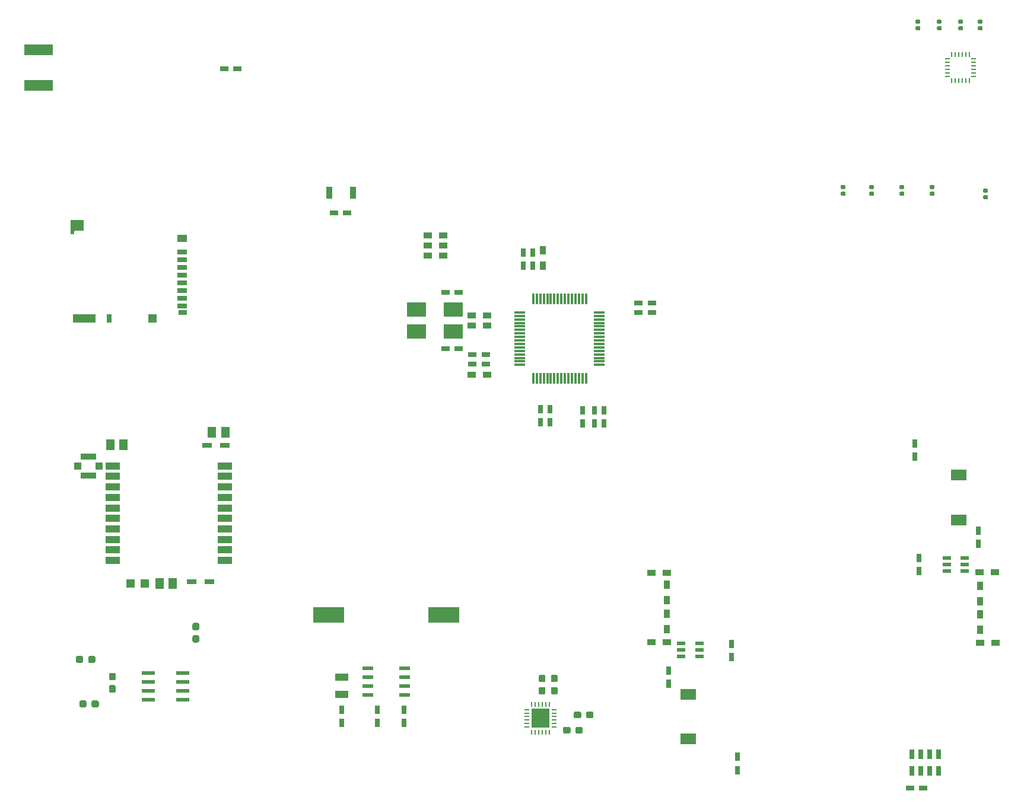
<source format=gbr>
G04 #@! TF.GenerationSoftware,KiCad,Pcbnew,5.0.1-33cea8e~68~ubuntu16.04.1*
G04 #@! TF.CreationDate,2018-10-29T02:33:34-07:00*
G04 #@! TF.ProjectId,integrated-board-design-2,696E74656772617465642D626F617264,rev?*
G04 #@! TF.SameCoordinates,Original*
G04 #@! TF.FileFunction,Paste,Top*
G04 #@! TF.FilePolarity,Positive*
%FSLAX46Y46*%
G04 Gerber Fmt 4.6, Leading zero omitted, Abs format (unit mm)*
G04 Created by KiCad (PCBNEW 5.0.1-33cea8e~68~ubuntu16.04.1) date Mon 29 Oct 2018 02:33:34 AM PDT*
%MOMM*%
%LPD*%
G01*
G04 APERTURE LIST*
%ADD10C,0.100000*%
%ADD11R,1.200000X0.750000*%
%ADD12R,1.400000X0.700000*%
%ADD13R,1.900000X1.500000*%
%ADD14R,1.400000X1.000000*%
%ADD15R,1.200000X1.200000*%
%ADD16R,3.200000X1.200000*%
%ADD17R,1.200000X0.700000*%
%ADD18R,0.500000X0.500000*%
%ADD19R,0.800000X1.200000*%
%ADD20C,0.200000*%
%ADD21R,0.650000X1.360000*%
%ADD22C,0.590000*%
%ADD23R,0.290000X0.700000*%
%ADD24R,0.700000X0.290000*%
%ADD25C,0.950000*%
%ADD26R,0.260000X0.790000*%
%ADD27R,0.790000X0.260000*%
%ADD28R,2.600000X2.700000*%
%ADD29R,4.064000X1.524000*%
%ADD30R,1.980000X0.530000*%
%ADD31R,0.750000X1.200000*%
%ADD32R,2.200000X1.500000*%
%ADD33R,1.200000X0.900000*%
%ADD34R,0.900000X1.200000*%
%ADD35R,1.270000X0.558800*%
%ADD36R,2.000000X1.000000*%
%ADD37R,1.650000X0.610000*%
%ADD38R,1.905000X1.092200*%
%ADD39R,4.500000X2.300000*%
%ADD40R,1.240000X1.500000*%
%ADD41R,1.350000X0.800000*%
%ADD42R,1.050000X1.000000*%
%ADD43R,2.200000X0.850000*%
%ADD44R,1.500000X0.300000*%
%ADD45R,0.300000X1.500000*%
%ADD46R,0.900000X1.700000*%
%ADD47R,2.700000X2.100000*%
G04 APERTURE END LIST*
D10*
G04 #@! TO.C,U1*
G36*
X146602000Y-138788200D02*
X146602000Y-137827000D01*
X147511857Y-137827000D01*
X147511857Y-138788200D01*
X146602000Y-138788200D01*
G37*
G36*
X146602000Y-137566837D02*
X146602000Y-136607000D01*
X147511837Y-136607000D01*
X147511837Y-137566837D01*
X146602000Y-137566837D01*
G37*
G36*
X147772000Y-137566981D02*
X147772000Y-136607000D01*
X148682160Y-136607000D01*
X148682160Y-137566981D01*
X147772000Y-137566981D01*
G37*
G36*
X147772000Y-138788180D02*
X147772000Y-137827000D01*
X148683130Y-137827000D01*
X148683130Y-138788180D01*
X147772000Y-138788180D01*
G37*
G04 #@! TD*
D11*
G04 #@! TO.C,C1*
X200350000Y-147660000D03*
X202250000Y-147660000D03*
G04 #@! TD*
D12*
G04 #@! TO.C,J2*
X96505440Y-71101760D03*
D13*
X81505440Y-67301760D03*
D14*
X96505440Y-69201760D03*
D15*
X92305440Y-80601760D03*
D16*
X82505440Y-80601760D03*
D17*
X96605440Y-79751760D03*
D12*
X96505440Y-72201760D03*
X96505440Y-73301760D03*
X96505440Y-74401760D03*
X96505440Y-75501760D03*
X96505440Y-76601760D03*
X96505440Y-77701760D03*
X96505440Y-78801760D03*
D18*
X80805440Y-68301760D03*
D19*
X86105440Y-80601760D03*
D20*
X81055440Y-68051760D03*
D10*
G36*
X80914019Y-68051760D02*
X81055440Y-67910339D01*
X81196861Y-68051760D01*
X81055440Y-68193181D01*
X80914019Y-68051760D01*
X80914019Y-68051760D01*
G37*
G04 #@! TD*
D21*
G04 #@! TO.C,U1*
X200664203Y-145193068D03*
X200664203Y-142843068D03*
X201914203Y-145193068D03*
X203164203Y-145193068D03*
X204414203Y-145193068D03*
X204414203Y-142843068D03*
X203164203Y-142843068D03*
X201914203Y-142843068D03*
G04 #@! TD*
D10*
G04 #@! TO.C,C1*
G36*
X201685118Y-37926410D02*
X201699436Y-37928534D01*
X201713477Y-37932051D01*
X201727106Y-37936928D01*
X201740191Y-37943117D01*
X201752607Y-37950558D01*
X201764233Y-37959181D01*
X201774958Y-37968902D01*
X201784679Y-37979627D01*
X201793302Y-37991253D01*
X201800743Y-38003669D01*
X201806932Y-38016754D01*
X201811809Y-38030383D01*
X201815326Y-38044424D01*
X201817450Y-38058742D01*
X201818160Y-38073200D01*
X201818160Y-38368200D01*
X201817450Y-38382658D01*
X201815326Y-38396976D01*
X201811809Y-38411017D01*
X201806932Y-38424646D01*
X201800743Y-38437731D01*
X201793302Y-38450147D01*
X201784679Y-38461773D01*
X201774958Y-38472498D01*
X201764233Y-38482219D01*
X201752607Y-38490842D01*
X201740191Y-38498283D01*
X201727106Y-38504472D01*
X201713477Y-38509349D01*
X201699436Y-38512866D01*
X201685118Y-38514990D01*
X201670660Y-38515700D01*
X201325660Y-38515700D01*
X201311202Y-38514990D01*
X201296884Y-38512866D01*
X201282843Y-38509349D01*
X201269214Y-38504472D01*
X201256129Y-38498283D01*
X201243713Y-38490842D01*
X201232087Y-38482219D01*
X201221362Y-38472498D01*
X201211641Y-38461773D01*
X201203018Y-38450147D01*
X201195577Y-38437731D01*
X201189388Y-38424646D01*
X201184511Y-38411017D01*
X201180994Y-38396976D01*
X201178870Y-38382658D01*
X201178160Y-38368200D01*
X201178160Y-38073200D01*
X201178870Y-38058742D01*
X201180994Y-38044424D01*
X201184511Y-38030383D01*
X201189388Y-38016754D01*
X201195577Y-38003669D01*
X201203018Y-37991253D01*
X201211641Y-37979627D01*
X201221362Y-37968902D01*
X201232087Y-37959181D01*
X201243713Y-37950558D01*
X201256129Y-37943117D01*
X201269214Y-37936928D01*
X201282843Y-37932051D01*
X201296884Y-37928534D01*
X201311202Y-37926410D01*
X201325660Y-37925700D01*
X201670660Y-37925700D01*
X201685118Y-37926410D01*
X201685118Y-37926410D01*
G37*
D22*
X201498160Y-38220700D03*
D10*
G36*
X201685118Y-38896410D02*
X201699436Y-38898534D01*
X201713477Y-38902051D01*
X201727106Y-38906928D01*
X201740191Y-38913117D01*
X201752607Y-38920558D01*
X201764233Y-38929181D01*
X201774958Y-38938902D01*
X201784679Y-38949627D01*
X201793302Y-38961253D01*
X201800743Y-38973669D01*
X201806932Y-38986754D01*
X201811809Y-39000383D01*
X201815326Y-39014424D01*
X201817450Y-39028742D01*
X201818160Y-39043200D01*
X201818160Y-39338200D01*
X201817450Y-39352658D01*
X201815326Y-39366976D01*
X201811809Y-39381017D01*
X201806932Y-39394646D01*
X201800743Y-39407731D01*
X201793302Y-39420147D01*
X201784679Y-39431773D01*
X201774958Y-39442498D01*
X201764233Y-39452219D01*
X201752607Y-39460842D01*
X201740191Y-39468283D01*
X201727106Y-39474472D01*
X201713477Y-39479349D01*
X201699436Y-39482866D01*
X201685118Y-39484990D01*
X201670660Y-39485700D01*
X201325660Y-39485700D01*
X201311202Y-39484990D01*
X201296884Y-39482866D01*
X201282843Y-39479349D01*
X201269214Y-39474472D01*
X201256129Y-39468283D01*
X201243713Y-39460842D01*
X201232087Y-39452219D01*
X201221362Y-39442498D01*
X201211641Y-39431773D01*
X201203018Y-39420147D01*
X201195577Y-39407731D01*
X201189388Y-39394646D01*
X201184511Y-39381017D01*
X201180994Y-39366976D01*
X201178870Y-39352658D01*
X201178160Y-39338200D01*
X201178160Y-39043200D01*
X201178870Y-39028742D01*
X201180994Y-39014424D01*
X201184511Y-39000383D01*
X201189388Y-38986754D01*
X201195577Y-38973669D01*
X201203018Y-38961253D01*
X201211641Y-38949627D01*
X201221362Y-38938902D01*
X201232087Y-38929181D01*
X201243713Y-38920558D01*
X201256129Y-38913117D01*
X201269214Y-38906928D01*
X201282843Y-38902051D01*
X201296884Y-38898534D01*
X201311202Y-38896410D01*
X201325660Y-38895700D01*
X201670660Y-38895700D01*
X201685118Y-38896410D01*
X201685118Y-38896410D01*
G37*
D22*
X201498160Y-39190700D03*
G04 #@! TD*
D10*
G04 #@! TO.C,C2*
G36*
X204733118Y-38896410D02*
X204747436Y-38898534D01*
X204761477Y-38902051D01*
X204775106Y-38906928D01*
X204788191Y-38913117D01*
X204800607Y-38920558D01*
X204812233Y-38929181D01*
X204822958Y-38938902D01*
X204832679Y-38949627D01*
X204841302Y-38961253D01*
X204848743Y-38973669D01*
X204854932Y-38986754D01*
X204859809Y-39000383D01*
X204863326Y-39014424D01*
X204865450Y-39028742D01*
X204866160Y-39043200D01*
X204866160Y-39338200D01*
X204865450Y-39352658D01*
X204863326Y-39366976D01*
X204859809Y-39381017D01*
X204854932Y-39394646D01*
X204848743Y-39407731D01*
X204841302Y-39420147D01*
X204832679Y-39431773D01*
X204822958Y-39442498D01*
X204812233Y-39452219D01*
X204800607Y-39460842D01*
X204788191Y-39468283D01*
X204775106Y-39474472D01*
X204761477Y-39479349D01*
X204747436Y-39482866D01*
X204733118Y-39484990D01*
X204718660Y-39485700D01*
X204373660Y-39485700D01*
X204359202Y-39484990D01*
X204344884Y-39482866D01*
X204330843Y-39479349D01*
X204317214Y-39474472D01*
X204304129Y-39468283D01*
X204291713Y-39460842D01*
X204280087Y-39452219D01*
X204269362Y-39442498D01*
X204259641Y-39431773D01*
X204251018Y-39420147D01*
X204243577Y-39407731D01*
X204237388Y-39394646D01*
X204232511Y-39381017D01*
X204228994Y-39366976D01*
X204226870Y-39352658D01*
X204226160Y-39338200D01*
X204226160Y-39043200D01*
X204226870Y-39028742D01*
X204228994Y-39014424D01*
X204232511Y-39000383D01*
X204237388Y-38986754D01*
X204243577Y-38973669D01*
X204251018Y-38961253D01*
X204259641Y-38949627D01*
X204269362Y-38938902D01*
X204280087Y-38929181D01*
X204291713Y-38920558D01*
X204304129Y-38913117D01*
X204317214Y-38906928D01*
X204330843Y-38902051D01*
X204344884Y-38898534D01*
X204359202Y-38896410D01*
X204373660Y-38895700D01*
X204718660Y-38895700D01*
X204733118Y-38896410D01*
X204733118Y-38896410D01*
G37*
D22*
X204546160Y-39190700D03*
D10*
G36*
X204733118Y-37926410D02*
X204747436Y-37928534D01*
X204761477Y-37932051D01*
X204775106Y-37936928D01*
X204788191Y-37943117D01*
X204800607Y-37950558D01*
X204812233Y-37959181D01*
X204822958Y-37968902D01*
X204832679Y-37979627D01*
X204841302Y-37991253D01*
X204848743Y-38003669D01*
X204854932Y-38016754D01*
X204859809Y-38030383D01*
X204863326Y-38044424D01*
X204865450Y-38058742D01*
X204866160Y-38073200D01*
X204866160Y-38368200D01*
X204865450Y-38382658D01*
X204863326Y-38396976D01*
X204859809Y-38411017D01*
X204854932Y-38424646D01*
X204848743Y-38437731D01*
X204841302Y-38450147D01*
X204832679Y-38461773D01*
X204822958Y-38472498D01*
X204812233Y-38482219D01*
X204800607Y-38490842D01*
X204788191Y-38498283D01*
X204775106Y-38504472D01*
X204761477Y-38509349D01*
X204747436Y-38512866D01*
X204733118Y-38514990D01*
X204718660Y-38515700D01*
X204373660Y-38515700D01*
X204359202Y-38514990D01*
X204344884Y-38512866D01*
X204330843Y-38509349D01*
X204317214Y-38504472D01*
X204304129Y-38498283D01*
X204291713Y-38490842D01*
X204280087Y-38482219D01*
X204269362Y-38472498D01*
X204259641Y-38461773D01*
X204251018Y-38450147D01*
X204243577Y-38437731D01*
X204237388Y-38424646D01*
X204232511Y-38411017D01*
X204228994Y-38396976D01*
X204226870Y-38382658D01*
X204226160Y-38368200D01*
X204226160Y-38073200D01*
X204226870Y-38058742D01*
X204228994Y-38044424D01*
X204232511Y-38030383D01*
X204237388Y-38016754D01*
X204243577Y-38003669D01*
X204251018Y-37991253D01*
X204259641Y-37979627D01*
X204269362Y-37968902D01*
X204280087Y-37959181D01*
X204291713Y-37950558D01*
X204304129Y-37943117D01*
X204317214Y-37936928D01*
X204330843Y-37932051D01*
X204344884Y-37928534D01*
X204359202Y-37926410D01*
X204373660Y-37925700D01*
X204718660Y-37925700D01*
X204733118Y-37926410D01*
X204733118Y-37926410D01*
G37*
D22*
X204546160Y-38220700D03*
G04 #@! TD*
D10*
G04 #@! TO.C,C3*
G36*
X211337118Y-62056410D02*
X211351436Y-62058534D01*
X211365477Y-62062051D01*
X211379106Y-62066928D01*
X211392191Y-62073117D01*
X211404607Y-62080558D01*
X211416233Y-62089181D01*
X211426958Y-62098902D01*
X211436679Y-62109627D01*
X211445302Y-62121253D01*
X211452743Y-62133669D01*
X211458932Y-62146754D01*
X211463809Y-62160383D01*
X211467326Y-62174424D01*
X211469450Y-62188742D01*
X211470160Y-62203200D01*
X211470160Y-62498200D01*
X211469450Y-62512658D01*
X211467326Y-62526976D01*
X211463809Y-62541017D01*
X211458932Y-62554646D01*
X211452743Y-62567731D01*
X211445302Y-62580147D01*
X211436679Y-62591773D01*
X211426958Y-62602498D01*
X211416233Y-62612219D01*
X211404607Y-62620842D01*
X211392191Y-62628283D01*
X211379106Y-62634472D01*
X211365477Y-62639349D01*
X211351436Y-62642866D01*
X211337118Y-62644990D01*
X211322660Y-62645700D01*
X210977660Y-62645700D01*
X210963202Y-62644990D01*
X210948884Y-62642866D01*
X210934843Y-62639349D01*
X210921214Y-62634472D01*
X210908129Y-62628283D01*
X210895713Y-62620842D01*
X210884087Y-62612219D01*
X210873362Y-62602498D01*
X210863641Y-62591773D01*
X210855018Y-62580147D01*
X210847577Y-62567731D01*
X210841388Y-62554646D01*
X210836511Y-62541017D01*
X210832994Y-62526976D01*
X210830870Y-62512658D01*
X210830160Y-62498200D01*
X210830160Y-62203200D01*
X210830870Y-62188742D01*
X210832994Y-62174424D01*
X210836511Y-62160383D01*
X210841388Y-62146754D01*
X210847577Y-62133669D01*
X210855018Y-62121253D01*
X210863641Y-62109627D01*
X210873362Y-62098902D01*
X210884087Y-62089181D01*
X210895713Y-62080558D01*
X210908129Y-62073117D01*
X210921214Y-62066928D01*
X210934843Y-62062051D01*
X210948884Y-62058534D01*
X210963202Y-62056410D01*
X210977660Y-62055700D01*
X211322660Y-62055700D01*
X211337118Y-62056410D01*
X211337118Y-62056410D01*
G37*
D22*
X211150160Y-62350700D03*
D10*
G36*
X211337118Y-63026410D02*
X211351436Y-63028534D01*
X211365477Y-63032051D01*
X211379106Y-63036928D01*
X211392191Y-63043117D01*
X211404607Y-63050558D01*
X211416233Y-63059181D01*
X211426958Y-63068902D01*
X211436679Y-63079627D01*
X211445302Y-63091253D01*
X211452743Y-63103669D01*
X211458932Y-63116754D01*
X211463809Y-63130383D01*
X211467326Y-63144424D01*
X211469450Y-63158742D01*
X211470160Y-63173200D01*
X211470160Y-63468200D01*
X211469450Y-63482658D01*
X211467326Y-63496976D01*
X211463809Y-63511017D01*
X211458932Y-63524646D01*
X211452743Y-63537731D01*
X211445302Y-63550147D01*
X211436679Y-63561773D01*
X211426958Y-63572498D01*
X211416233Y-63582219D01*
X211404607Y-63590842D01*
X211392191Y-63598283D01*
X211379106Y-63604472D01*
X211365477Y-63609349D01*
X211351436Y-63612866D01*
X211337118Y-63614990D01*
X211322660Y-63615700D01*
X210977660Y-63615700D01*
X210963202Y-63614990D01*
X210948884Y-63612866D01*
X210934843Y-63609349D01*
X210921214Y-63604472D01*
X210908129Y-63598283D01*
X210895713Y-63590842D01*
X210884087Y-63582219D01*
X210873362Y-63572498D01*
X210863641Y-63561773D01*
X210855018Y-63550147D01*
X210847577Y-63537731D01*
X210841388Y-63524646D01*
X210836511Y-63511017D01*
X210832994Y-63496976D01*
X210830870Y-63482658D01*
X210830160Y-63468200D01*
X210830160Y-63173200D01*
X210830870Y-63158742D01*
X210832994Y-63144424D01*
X210836511Y-63130383D01*
X210841388Y-63116754D01*
X210847577Y-63103669D01*
X210855018Y-63091253D01*
X210863641Y-63079627D01*
X210873362Y-63068902D01*
X210884087Y-63059181D01*
X210895713Y-63050558D01*
X210908129Y-63043117D01*
X210921214Y-63036928D01*
X210934843Y-63032051D01*
X210948884Y-63028534D01*
X210963202Y-63026410D01*
X210977660Y-63025700D01*
X211322660Y-63025700D01*
X211337118Y-63026410D01*
X211337118Y-63026410D01*
G37*
D22*
X211150160Y-63320700D03*
G04 #@! TD*
D10*
G04 #@! TO.C,D1*
G36*
X199399118Y-61548410D02*
X199413436Y-61550534D01*
X199427477Y-61554051D01*
X199441106Y-61558928D01*
X199454191Y-61565117D01*
X199466607Y-61572558D01*
X199478233Y-61581181D01*
X199488958Y-61590902D01*
X199498679Y-61601627D01*
X199507302Y-61613253D01*
X199514743Y-61625669D01*
X199520932Y-61638754D01*
X199525809Y-61652383D01*
X199529326Y-61666424D01*
X199531450Y-61680742D01*
X199532160Y-61695200D01*
X199532160Y-61990200D01*
X199531450Y-62004658D01*
X199529326Y-62018976D01*
X199525809Y-62033017D01*
X199520932Y-62046646D01*
X199514743Y-62059731D01*
X199507302Y-62072147D01*
X199498679Y-62083773D01*
X199488958Y-62094498D01*
X199478233Y-62104219D01*
X199466607Y-62112842D01*
X199454191Y-62120283D01*
X199441106Y-62126472D01*
X199427477Y-62131349D01*
X199413436Y-62134866D01*
X199399118Y-62136990D01*
X199384660Y-62137700D01*
X199039660Y-62137700D01*
X199025202Y-62136990D01*
X199010884Y-62134866D01*
X198996843Y-62131349D01*
X198983214Y-62126472D01*
X198970129Y-62120283D01*
X198957713Y-62112842D01*
X198946087Y-62104219D01*
X198935362Y-62094498D01*
X198925641Y-62083773D01*
X198917018Y-62072147D01*
X198909577Y-62059731D01*
X198903388Y-62046646D01*
X198898511Y-62033017D01*
X198894994Y-62018976D01*
X198892870Y-62004658D01*
X198892160Y-61990200D01*
X198892160Y-61695200D01*
X198892870Y-61680742D01*
X198894994Y-61666424D01*
X198898511Y-61652383D01*
X198903388Y-61638754D01*
X198909577Y-61625669D01*
X198917018Y-61613253D01*
X198925641Y-61601627D01*
X198935362Y-61590902D01*
X198946087Y-61581181D01*
X198957713Y-61572558D01*
X198970129Y-61565117D01*
X198983214Y-61558928D01*
X198996843Y-61554051D01*
X199010884Y-61550534D01*
X199025202Y-61548410D01*
X199039660Y-61547700D01*
X199384660Y-61547700D01*
X199399118Y-61548410D01*
X199399118Y-61548410D01*
G37*
D22*
X199212160Y-61842700D03*
D10*
G36*
X199399118Y-62518410D02*
X199413436Y-62520534D01*
X199427477Y-62524051D01*
X199441106Y-62528928D01*
X199454191Y-62535117D01*
X199466607Y-62542558D01*
X199478233Y-62551181D01*
X199488958Y-62560902D01*
X199498679Y-62571627D01*
X199507302Y-62583253D01*
X199514743Y-62595669D01*
X199520932Y-62608754D01*
X199525809Y-62622383D01*
X199529326Y-62636424D01*
X199531450Y-62650742D01*
X199532160Y-62665200D01*
X199532160Y-62960200D01*
X199531450Y-62974658D01*
X199529326Y-62988976D01*
X199525809Y-63003017D01*
X199520932Y-63016646D01*
X199514743Y-63029731D01*
X199507302Y-63042147D01*
X199498679Y-63053773D01*
X199488958Y-63064498D01*
X199478233Y-63074219D01*
X199466607Y-63082842D01*
X199454191Y-63090283D01*
X199441106Y-63096472D01*
X199427477Y-63101349D01*
X199413436Y-63104866D01*
X199399118Y-63106990D01*
X199384660Y-63107700D01*
X199039660Y-63107700D01*
X199025202Y-63106990D01*
X199010884Y-63104866D01*
X198996843Y-63101349D01*
X198983214Y-63096472D01*
X198970129Y-63090283D01*
X198957713Y-63082842D01*
X198946087Y-63074219D01*
X198935362Y-63064498D01*
X198925641Y-63053773D01*
X198917018Y-63042147D01*
X198909577Y-63029731D01*
X198903388Y-63016646D01*
X198898511Y-63003017D01*
X198894994Y-62988976D01*
X198892870Y-62974658D01*
X198892160Y-62960200D01*
X198892160Y-62665200D01*
X198892870Y-62650742D01*
X198894994Y-62636424D01*
X198898511Y-62622383D01*
X198903388Y-62608754D01*
X198909577Y-62595669D01*
X198917018Y-62583253D01*
X198925641Y-62571627D01*
X198935362Y-62560902D01*
X198946087Y-62551181D01*
X198957713Y-62542558D01*
X198970129Y-62535117D01*
X198983214Y-62528928D01*
X198996843Y-62524051D01*
X199010884Y-62520534D01*
X199025202Y-62518410D01*
X199039660Y-62517700D01*
X199384660Y-62517700D01*
X199399118Y-62518410D01*
X199399118Y-62518410D01*
G37*
D22*
X199212160Y-62812700D03*
G04 #@! TD*
D10*
G04 #@! TO.C,D2*
G36*
X195081118Y-62518410D02*
X195095436Y-62520534D01*
X195109477Y-62524051D01*
X195123106Y-62528928D01*
X195136191Y-62535117D01*
X195148607Y-62542558D01*
X195160233Y-62551181D01*
X195170958Y-62560902D01*
X195180679Y-62571627D01*
X195189302Y-62583253D01*
X195196743Y-62595669D01*
X195202932Y-62608754D01*
X195207809Y-62622383D01*
X195211326Y-62636424D01*
X195213450Y-62650742D01*
X195214160Y-62665200D01*
X195214160Y-62960200D01*
X195213450Y-62974658D01*
X195211326Y-62988976D01*
X195207809Y-63003017D01*
X195202932Y-63016646D01*
X195196743Y-63029731D01*
X195189302Y-63042147D01*
X195180679Y-63053773D01*
X195170958Y-63064498D01*
X195160233Y-63074219D01*
X195148607Y-63082842D01*
X195136191Y-63090283D01*
X195123106Y-63096472D01*
X195109477Y-63101349D01*
X195095436Y-63104866D01*
X195081118Y-63106990D01*
X195066660Y-63107700D01*
X194721660Y-63107700D01*
X194707202Y-63106990D01*
X194692884Y-63104866D01*
X194678843Y-63101349D01*
X194665214Y-63096472D01*
X194652129Y-63090283D01*
X194639713Y-63082842D01*
X194628087Y-63074219D01*
X194617362Y-63064498D01*
X194607641Y-63053773D01*
X194599018Y-63042147D01*
X194591577Y-63029731D01*
X194585388Y-63016646D01*
X194580511Y-63003017D01*
X194576994Y-62988976D01*
X194574870Y-62974658D01*
X194574160Y-62960200D01*
X194574160Y-62665200D01*
X194574870Y-62650742D01*
X194576994Y-62636424D01*
X194580511Y-62622383D01*
X194585388Y-62608754D01*
X194591577Y-62595669D01*
X194599018Y-62583253D01*
X194607641Y-62571627D01*
X194617362Y-62560902D01*
X194628087Y-62551181D01*
X194639713Y-62542558D01*
X194652129Y-62535117D01*
X194665214Y-62528928D01*
X194678843Y-62524051D01*
X194692884Y-62520534D01*
X194707202Y-62518410D01*
X194721660Y-62517700D01*
X195066660Y-62517700D01*
X195081118Y-62518410D01*
X195081118Y-62518410D01*
G37*
D22*
X194894160Y-62812700D03*
D10*
G36*
X195081118Y-61548410D02*
X195095436Y-61550534D01*
X195109477Y-61554051D01*
X195123106Y-61558928D01*
X195136191Y-61565117D01*
X195148607Y-61572558D01*
X195160233Y-61581181D01*
X195170958Y-61590902D01*
X195180679Y-61601627D01*
X195189302Y-61613253D01*
X195196743Y-61625669D01*
X195202932Y-61638754D01*
X195207809Y-61652383D01*
X195211326Y-61666424D01*
X195213450Y-61680742D01*
X195214160Y-61695200D01*
X195214160Y-61990200D01*
X195213450Y-62004658D01*
X195211326Y-62018976D01*
X195207809Y-62033017D01*
X195202932Y-62046646D01*
X195196743Y-62059731D01*
X195189302Y-62072147D01*
X195180679Y-62083773D01*
X195170958Y-62094498D01*
X195160233Y-62104219D01*
X195148607Y-62112842D01*
X195136191Y-62120283D01*
X195123106Y-62126472D01*
X195109477Y-62131349D01*
X195095436Y-62134866D01*
X195081118Y-62136990D01*
X195066660Y-62137700D01*
X194721660Y-62137700D01*
X194707202Y-62136990D01*
X194692884Y-62134866D01*
X194678843Y-62131349D01*
X194665214Y-62126472D01*
X194652129Y-62120283D01*
X194639713Y-62112842D01*
X194628087Y-62104219D01*
X194617362Y-62094498D01*
X194607641Y-62083773D01*
X194599018Y-62072147D01*
X194591577Y-62059731D01*
X194585388Y-62046646D01*
X194580511Y-62033017D01*
X194576994Y-62018976D01*
X194574870Y-62004658D01*
X194574160Y-61990200D01*
X194574160Y-61695200D01*
X194574870Y-61680742D01*
X194576994Y-61666424D01*
X194580511Y-61652383D01*
X194585388Y-61638754D01*
X194591577Y-61625669D01*
X194599018Y-61613253D01*
X194607641Y-61601627D01*
X194617362Y-61590902D01*
X194628087Y-61581181D01*
X194639713Y-61572558D01*
X194652129Y-61565117D01*
X194665214Y-61558928D01*
X194678843Y-61554051D01*
X194692884Y-61550534D01*
X194707202Y-61548410D01*
X194721660Y-61547700D01*
X195066660Y-61547700D01*
X195081118Y-61548410D01*
X195081118Y-61548410D01*
G37*
D22*
X194894160Y-61842700D03*
G04 #@! TD*
D10*
G04 #@! TO.C,R1*
G36*
X191017118Y-61548410D02*
X191031436Y-61550534D01*
X191045477Y-61554051D01*
X191059106Y-61558928D01*
X191072191Y-61565117D01*
X191084607Y-61572558D01*
X191096233Y-61581181D01*
X191106958Y-61590902D01*
X191116679Y-61601627D01*
X191125302Y-61613253D01*
X191132743Y-61625669D01*
X191138932Y-61638754D01*
X191143809Y-61652383D01*
X191147326Y-61666424D01*
X191149450Y-61680742D01*
X191150160Y-61695200D01*
X191150160Y-61990200D01*
X191149450Y-62004658D01*
X191147326Y-62018976D01*
X191143809Y-62033017D01*
X191138932Y-62046646D01*
X191132743Y-62059731D01*
X191125302Y-62072147D01*
X191116679Y-62083773D01*
X191106958Y-62094498D01*
X191096233Y-62104219D01*
X191084607Y-62112842D01*
X191072191Y-62120283D01*
X191059106Y-62126472D01*
X191045477Y-62131349D01*
X191031436Y-62134866D01*
X191017118Y-62136990D01*
X191002660Y-62137700D01*
X190657660Y-62137700D01*
X190643202Y-62136990D01*
X190628884Y-62134866D01*
X190614843Y-62131349D01*
X190601214Y-62126472D01*
X190588129Y-62120283D01*
X190575713Y-62112842D01*
X190564087Y-62104219D01*
X190553362Y-62094498D01*
X190543641Y-62083773D01*
X190535018Y-62072147D01*
X190527577Y-62059731D01*
X190521388Y-62046646D01*
X190516511Y-62033017D01*
X190512994Y-62018976D01*
X190510870Y-62004658D01*
X190510160Y-61990200D01*
X190510160Y-61695200D01*
X190510870Y-61680742D01*
X190512994Y-61666424D01*
X190516511Y-61652383D01*
X190521388Y-61638754D01*
X190527577Y-61625669D01*
X190535018Y-61613253D01*
X190543641Y-61601627D01*
X190553362Y-61590902D01*
X190564087Y-61581181D01*
X190575713Y-61572558D01*
X190588129Y-61565117D01*
X190601214Y-61558928D01*
X190614843Y-61554051D01*
X190628884Y-61550534D01*
X190643202Y-61548410D01*
X190657660Y-61547700D01*
X191002660Y-61547700D01*
X191017118Y-61548410D01*
X191017118Y-61548410D01*
G37*
D22*
X190830160Y-61842700D03*
D10*
G36*
X191017118Y-62518410D02*
X191031436Y-62520534D01*
X191045477Y-62524051D01*
X191059106Y-62528928D01*
X191072191Y-62535117D01*
X191084607Y-62542558D01*
X191096233Y-62551181D01*
X191106958Y-62560902D01*
X191116679Y-62571627D01*
X191125302Y-62583253D01*
X191132743Y-62595669D01*
X191138932Y-62608754D01*
X191143809Y-62622383D01*
X191147326Y-62636424D01*
X191149450Y-62650742D01*
X191150160Y-62665200D01*
X191150160Y-62960200D01*
X191149450Y-62974658D01*
X191147326Y-62988976D01*
X191143809Y-63003017D01*
X191138932Y-63016646D01*
X191132743Y-63029731D01*
X191125302Y-63042147D01*
X191116679Y-63053773D01*
X191106958Y-63064498D01*
X191096233Y-63074219D01*
X191084607Y-63082842D01*
X191072191Y-63090283D01*
X191059106Y-63096472D01*
X191045477Y-63101349D01*
X191031436Y-63104866D01*
X191017118Y-63106990D01*
X191002660Y-63107700D01*
X190657660Y-63107700D01*
X190643202Y-63106990D01*
X190628884Y-63104866D01*
X190614843Y-63101349D01*
X190601214Y-63096472D01*
X190588129Y-63090283D01*
X190575713Y-63082842D01*
X190564087Y-63074219D01*
X190553362Y-63064498D01*
X190543641Y-63053773D01*
X190535018Y-63042147D01*
X190527577Y-63029731D01*
X190521388Y-63016646D01*
X190516511Y-63003017D01*
X190512994Y-62988976D01*
X190510870Y-62974658D01*
X190510160Y-62960200D01*
X190510160Y-62665200D01*
X190510870Y-62650742D01*
X190512994Y-62636424D01*
X190516511Y-62622383D01*
X190521388Y-62608754D01*
X190527577Y-62595669D01*
X190535018Y-62583253D01*
X190543641Y-62571627D01*
X190553362Y-62560902D01*
X190564087Y-62551181D01*
X190575713Y-62542558D01*
X190588129Y-62535117D01*
X190601214Y-62528928D01*
X190614843Y-62524051D01*
X190628884Y-62520534D01*
X190643202Y-62518410D01*
X190657660Y-62517700D01*
X191002660Y-62517700D01*
X191017118Y-62518410D01*
X191017118Y-62518410D01*
G37*
D22*
X190830160Y-62812700D03*
G04 #@! TD*
D10*
G04 #@! TO.C,R2*
G36*
X210575118Y-37926410D02*
X210589436Y-37928534D01*
X210603477Y-37932051D01*
X210617106Y-37936928D01*
X210630191Y-37943117D01*
X210642607Y-37950558D01*
X210654233Y-37959181D01*
X210664958Y-37968902D01*
X210674679Y-37979627D01*
X210683302Y-37991253D01*
X210690743Y-38003669D01*
X210696932Y-38016754D01*
X210701809Y-38030383D01*
X210705326Y-38044424D01*
X210707450Y-38058742D01*
X210708160Y-38073200D01*
X210708160Y-38368200D01*
X210707450Y-38382658D01*
X210705326Y-38396976D01*
X210701809Y-38411017D01*
X210696932Y-38424646D01*
X210690743Y-38437731D01*
X210683302Y-38450147D01*
X210674679Y-38461773D01*
X210664958Y-38472498D01*
X210654233Y-38482219D01*
X210642607Y-38490842D01*
X210630191Y-38498283D01*
X210617106Y-38504472D01*
X210603477Y-38509349D01*
X210589436Y-38512866D01*
X210575118Y-38514990D01*
X210560660Y-38515700D01*
X210215660Y-38515700D01*
X210201202Y-38514990D01*
X210186884Y-38512866D01*
X210172843Y-38509349D01*
X210159214Y-38504472D01*
X210146129Y-38498283D01*
X210133713Y-38490842D01*
X210122087Y-38482219D01*
X210111362Y-38472498D01*
X210101641Y-38461773D01*
X210093018Y-38450147D01*
X210085577Y-38437731D01*
X210079388Y-38424646D01*
X210074511Y-38411017D01*
X210070994Y-38396976D01*
X210068870Y-38382658D01*
X210068160Y-38368200D01*
X210068160Y-38073200D01*
X210068870Y-38058742D01*
X210070994Y-38044424D01*
X210074511Y-38030383D01*
X210079388Y-38016754D01*
X210085577Y-38003669D01*
X210093018Y-37991253D01*
X210101641Y-37979627D01*
X210111362Y-37968902D01*
X210122087Y-37959181D01*
X210133713Y-37950558D01*
X210146129Y-37943117D01*
X210159214Y-37936928D01*
X210172843Y-37932051D01*
X210186884Y-37928534D01*
X210201202Y-37926410D01*
X210215660Y-37925700D01*
X210560660Y-37925700D01*
X210575118Y-37926410D01*
X210575118Y-37926410D01*
G37*
D22*
X210388160Y-38220700D03*
D10*
G36*
X210575118Y-38896410D02*
X210589436Y-38898534D01*
X210603477Y-38902051D01*
X210617106Y-38906928D01*
X210630191Y-38913117D01*
X210642607Y-38920558D01*
X210654233Y-38929181D01*
X210664958Y-38938902D01*
X210674679Y-38949627D01*
X210683302Y-38961253D01*
X210690743Y-38973669D01*
X210696932Y-38986754D01*
X210701809Y-39000383D01*
X210705326Y-39014424D01*
X210707450Y-39028742D01*
X210708160Y-39043200D01*
X210708160Y-39338200D01*
X210707450Y-39352658D01*
X210705326Y-39366976D01*
X210701809Y-39381017D01*
X210696932Y-39394646D01*
X210690743Y-39407731D01*
X210683302Y-39420147D01*
X210674679Y-39431773D01*
X210664958Y-39442498D01*
X210654233Y-39452219D01*
X210642607Y-39460842D01*
X210630191Y-39468283D01*
X210617106Y-39474472D01*
X210603477Y-39479349D01*
X210589436Y-39482866D01*
X210575118Y-39484990D01*
X210560660Y-39485700D01*
X210215660Y-39485700D01*
X210201202Y-39484990D01*
X210186884Y-39482866D01*
X210172843Y-39479349D01*
X210159214Y-39474472D01*
X210146129Y-39468283D01*
X210133713Y-39460842D01*
X210122087Y-39452219D01*
X210111362Y-39442498D01*
X210101641Y-39431773D01*
X210093018Y-39420147D01*
X210085577Y-39407731D01*
X210079388Y-39394646D01*
X210074511Y-39381017D01*
X210070994Y-39366976D01*
X210068870Y-39352658D01*
X210068160Y-39338200D01*
X210068160Y-39043200D01*
X210068870Y-39028742D01*
X210070994Y-39014424D01*
X210074511Y-39000383D01*
X210079388Y-38986754D01*
X210085577Y-38973669D01*
X210093018Y-38961253D01*
X210101641Y-38949627D01*
X210111362Y-38938902D01*
X210122087Y-38929181D01*
X210133713Y-38920558D01*
X210146129Y-38913117D01*
X210159214Y-38906928D01*
X210172843Y-38902051D01*
X210186884Y-38898534D01*
X210201202Y-38896410D01*
X210215660Y-38895700D01*
X210560660Y-38895700D01*
X210575118Y-38896410D01*
X210575118Y-38896410D01*
G37*
D22*
X210388160Y-39190700D03*
G04 #@! TD*
D10*
G04 #@! TO.C,R3*
G36*
X203717118Y-62518410D02*
X203731436Y-62520534D01*
X203745477Y-62524051D01*
X203759106Y-62528928D01*
X203772191Y-62535117D01*
X203784607Y-62542558D01*
X203796233Y-62551181D01*
X203806958Y-62560902D01*
X203816679Y-62571627D01*
X203825302Y-62583253D01*
X203832743Y-62595669D01*
X203838932Y-62608754D01*
X203843809Y-62622383D01*
X203847326Y-62636424D01*
X203849450Y-62650742D01*
X203850160Y-62665200D01*
X203850160Y-62960200D01*
X203849450Y-62974658D01*
X203847326Y-62988976D01*
X203843809Y-63003017D01*
X203838932Y-63016646D01*
X203832743Y-63029731D01*
X203825302Y-63042147D01*
X203816679Y-63053773D01*
X203806958Y-63064498D01*
X203796233Y-63074219D01*
X203784607Y-63082842D01*
X203772191Y-63090283D01*
X203759106Y-63096472D01*
X203745477Y-63101349D01*
X203731436Y-63104866D01*
X203717118Y-63106990D01*
X203702660Y-63107700D01*
X203357660Y-63107700D01*
X203343202Y-63106990D01*
X203328884Y-63104866D01*
X203314843Y-63101349D01*
X203301214Y-63096472D01*
X203288129Y-63090283D01*
X203275713Y-63082842D01*
X203264087Y-63074219D01*
X203253362Y-63064498D01*
X203243641Y-63053773D01*
X203235018Y-63042147D01*
X203227577Y-63029731D01*
X203221388Y-63016646D01*
X203216511Y-63003017D01*
X203212994Y-62988976D01*
X203210870Y-62974658D01*
X203210160Y-62960200D01*
X203210160Y-62665200D01*
X203210870Y-62650742D01*
X203212994Y-62636424D01*
X203216511Y-62622383D01*
X203221388Y-62608754D01*
X203227577Y-62595669D01*
X203235018Y-62583253D01*
X203243641Y-62571627D01*
X203253362Y-62560902D01*
X203264087Y-62551181D01*
X203275713Y-62542558D01*
X203288129Y-62535117D01*
X203301214Y-62528928D01*
X203314843Y-62524051D01*
X203328884Y-62520534D01*
X203343202Y-62518410D01*
X203357660Y-62517700D01*
X203702660Y-62517700D01*
X203717118Y-62518410D01*
X203717118Y-62518410D01*
G37*
D22*
X203530160Y-62812700D03*
D10*
G36*
X203717118Y-61548410D02*
X203731436Y-61550534D01*
X203745477Y-61554051D01*
X203759106Y-61558928D01*
X203772191Y-61565117D01*
X203784607Y-61572558D01*
X203796233Y-61581181D01*
X203806958Y-61590902D01*
X203816679Y-61601627D01*
X203825302Y-61613253D01*
X203832743Y-61625669D01*
X203838932Y-61638754D01*
X203843809Y-61652383D01*
X203847326Y-61666424D01*
X203849450Y-61680742D01*
X203850160Y-61695200D01*
X203850160Y-61990200D01*
X203849450Y-62004658D01*
X203847326Y-62018976D01*
X203843809Y-62033017D01*
X203838932Y-62046646D01*
X203832743Y-62059731D01*
X203825302Y-62072147D01*
X203816679Y-62083773D01*
X203806958Y-62094498D01*
X203796233Y-62104219D01*
X203784607Y-62112842D01*
X203772191Y-62120283D01*
X203759106Y-62126472D01*
X203745477Y-62131349D01*
X203731436Y-62134866D01*
X203717118Y-62136990D01*
X203702660Y-62137700D01*
X203357660Y-62137700D01*
X203343202Y-62136990D01*
X203328884Y-62134866D01*
X203314843Y-62131349D01*
X203301214Y-62126472D01*
X203288129Y-62120283D01*
X203275713Y-62112842D01*
X203264087Y-62104219D01*
X203253362Y-62094498D01*
X203243641Y-62083773D01*
X203235018Y-62072147D01*
X203227577Y-62059731D01*
X203221388Y-62046646D01*
X203216511Y-62033017D01*
X203212994Y-62018976D01*
X203210870Y-62004658D01*
X203210160Y-61990200D01*
X203210160Y-61695200D01*
X203210870Y-61680742D01*
X203212994Y-61666424D01*
X203216511Y-61652383D01*
X203221388Y-61638754D01*
X203227577Y-61625669D01*
X203235018Y-61613253D01*
X203243641Y-61601627D01*
X203253362Y-61590902D01*
X203264087Y-61581181D01*
X203275713Y-61572558D01*
X203288129Y-61565117D01*
X203301214Y-61558928D01*
X203314843Y-61554051D01*
X203328884Y-61550534D01*
X203343202Y-61548410D01*
X203357660Y-61547700D01*
X203702660Y-61547700D01*
X203717118Y-61548410D01*
X203717118Y-61548410D01*
G37*
D22*
X203530160Y-61842700D03*
G04 #@! TD*
D10*
G04 #@! TO.C,R4*
G36*
X207781118Y-38896410D02*
X207795436Y-38898534D01*
X207809477Y-38902051D01*
X207823106Y-38906928D01*
X207836191Y-38913117D01*
X207848607Y-38920558D01*
X207860233Y-38929181D01*
X207870958Y-38938902D01*
X207880679Y-38949627D01*
X207889302Y-38961253D01*
X207896743Y-38973669D01*
X207902932Y-38986754D01*
X207907809Y-39000383D01*
X207911326Y-39014424D01*
X207913450Y-39028742D01*
X207914160Y-39043200D01*
X207914160Y-39338200D01*
X207913450Y-39352658D01*
X207911326Y-39366976D01*
X207907809Y-39381017D01*
X207902932Y-39394646D01*
X207896743Y-39407731D01*
X207889302Y-39420147D01*
X207880679Y-39431773D01*
X207870958Y-39442498D01*
X207860233Y-39452219D01*
X207848607Y-39460842D01*
X207836191Y-39468283D01*
X207823106Y-39474472D01*
X207809477Y-39479349D01*
X207795436Y-39482866D01*
X207781118Y-39484990D01*
X207766660Y-39485700D01*
X207421660Y-39485700D01*
X207407202Y-39484990D01*
X207392884Y-39482866D01*
X207378843Y-39479349D01*
X207365214Y-39474472D01*
X207352129Y-39468283D01*
X207339713Y-39460842D01*
X207328087Y-39452219D01*
X207317362Y-39442498D01*
X207307641Y-39431773D01*
X207299018Y-39420147D01*
X207291577Y-39407731D01*
X207285388Y-39394646D01*
X207280511Y-39381017D01*
X207276994Y-39366976D01*
X207274870Y-39352658D01*
X207274160Y-39338200D01*
X207274160Y-39043200D01*
X207274870Y-39028742D01*
X207276994Y-39014424D01*
X207280511Y-39000383D01*
X207285388Y-38986754D01*
X207291577Y-38973669D01*
X207299018Y-38961253D01*
X207307641Y-38949627D01*
X207317362Y-38938902D01*
X207328087Y-38929181D01*
X207339713Y-38920558D01*
X207352129Y-38913117D01*
X207365214Y-38906928D01*
X207378843Y-38902051D01*
X207392884Y-38898534D01*
X207407202Y-38896410D01*
X207421660Y-38895700D01*
X207766660Y-38895700D01*
X207781118Y-38896410D01*
X207781118Y-38896410D01*
G37*
D22*
X207594160Y-39190700D03*
D10*
G36*
X207781118Y-37926410D02*
X207795436Y-37928534D01*
X207809477Y-37932051D01*
X207823106Y-37936928D01*
X207836191Y-37943117D01*
X207848607Y-37950558D01*
X207860233Y-37959181D01*
X207870958Y-37968902D01*
X207880679Y-37979627D01*
X207889302Y-37991253D01*
X207896743Y-38003669D01*
X207902932Y-38016754D01*
X207907809Y-38030383D01*
X207911326Y-38044424D01*
X207913450Y-38058742D01*
X207914160Y-38073200D01*
X207914160Y-38368200D01*
X207913450Y-38382658D01*
X207911326Y-38396976D01*
X207907809Y-38411017D01*
X207902932Y-38424646D01*
X207896743Y-38437731D01*
X207889302Y-38450147D01*
X207880679Y-38461773D01*
X207870958Y-38472498D01*
X207860233Y-38482219D01*
X207848607Y-38490842D01*
X207836191Y-38498283D01*
X207823106Y-38504472D01*
X207809477Y-38509349D01*
X207795436Y-38512866D01*
X207781118Y-38514990D01*
X207766660Y-38515700D01*
X207421660Y-38515700D01*
X207407202Y-38514990D01*
X207392884Y-38512866D01*
X207378843Y-38509349D01*
X207365214Y-38504472D01*
X207352129Y-38498283D01*
X207339713Y-38490842D01*
X207328087Y-38482219D01*
X207317362Y-38472498D01*
X207307641Y-38461773D01*
X207299018Y-38450147D01*
X207291577Y-38437731D01*
X207285388Y-38424646D01*
X207280511Y-38411017D01*
X207276994Y-38396976D01*
X207274870Y-38382658D01*
X207274160Y-38368200D01*
X207274160Y-38073200D01*
X207274870Y-38058742D01*
X207276994Y-38044424D01*
X207280511Y-38030383D01*
X207285388Y-38016754D01*
X207291577Y-38003669D01*
X207299018Y-37991253D01*
X207307641Y-37979627D01*
X207317362Y-37968902D01*
X207328087Y-37959181D01*
X207339713Y-37950558D01*
X207352129Y-37943117D01*
X207365214Y-37936928D01*
X207378843Y-37932051D01*
X207392884Y-37928534D01*
X207407202Y-37926410D01*
X207421660Y-37925700D01*
X207766660Y-37925700D01*
X207781118Y-37926410D01*
X207781118Y-37926410D01*
G37*
D22*
X207594160Y-38220700D03*
G04 #@! TD*
D23*
G04 #@! TO.C,U1*
X206344160Y-46676700D03*
X206844160Y-46676700D03*
X207344160Y-46676700D03*
X207844160Y-46676700D03*
X208344160Y-46676700D03*
X208844160Y-46676700D03*
D24*
X209469160Y-46051700D03*
X209469160Y-45551700D03*
X209469160Y-45051700D03*
X209469160Y-44551700D03*
X209469160Y-44051700D03*
X209469160Y-43551700D03*
D23*
X208844160Y-42926700D03*
X208344160Y-42926700D03*
X207844160Y-42926700D03*
X207344160Y-42926700D03*
X206844160Y-42926700D03*
X206344160Y-42926700D03*
D24*
X205719160Y-43551700D03*
X205719160Y-44051700D03*
X205719160Y-44551700D03*
X205719160Y-45051700D03*
X205719160Y-45551700D03*
X205719160Y-46051700D03*
G04 #@! TD*
D10*
G04 #@! TO.C,C1*
G36*
X154985779Y-136736144D02*
X155008834Y-136739563D01*
X155031443Y-136745227D01*
X155053387Y-136753079D01*
X155074457Y-136763044D01*
X155094448Y-136775026D01*
X155113168Y-136788910D01*
X155130438Y-136804562D01*
X155146090Y-136821832D01*
X155159974Y-136840552D01*
X155171956Y-136860543D01*
X155181921Y-136881613D01*
X155189773Y-136903557D01*
X155195437Y-136926166D01*
X155198856Y-136949221D01*
X155200000Y-136972500D01*
X155200000Y-137447500D01*
X155198856Y-137470779D01*
X155195437Y-137493834D01*
X155189773Y-137516443D01*
X155181921Y-137538387D01*
X155171956Y-137559457D01*
X155159974Y-137579448D01*
X155146090Y-137598168D01*
X155130438Y-137615438D01*
X155113168Y-137631090D01*
X155094448Y-137644974D01*
X155074457Y-137656956D01*
X155053387Y-137666921D01*
X155031443Y-137674773D01*
X155008834Y-137680437D01*
X154985779Y-137683856D01*
X154962500Y-137685000D01*
X154387500Y-137685000D01*
X154364221Y-137683856D01*
X154341166Y-137680437D01*
X154318557Y-137674773D01*
X154296613Y-137666921D01*
X154275543Y-137656956D01*
X154255552Y-137644974D01*
X154236832Y-137631090D01*
X154219562Y-137615438D01*
X154203910Y-137598168D01*
X154190026Y-137579448D01*
X154178044Y-137559457D01*
X154168079Y-137538387D01*
X154160227Y-137516443D01*
X154154563Y-137493834D01*
X154151144Y-137470779D01*
X154150000Y-137447500D01*
X154150000Y-136972500D01*
X154151144Y-136949221D01*
X154154563Y-136926166D01*
X154160227Y-136903557D01*
X154168079Y-136881613D01*
X154178044Y-136860543D01*
X154190026Y-136840552D01*
X154203910Y-136821832D01*
X154219562Y-136804562D01*
X154236832Y-136788910D01*
X154255552Y-136775026D01*
X154275543Y-136763044D01*
X154296613Y-136753079D01*
X154318557Y-136745227D01*
X154341166Y-136739563D01*
X154364221Y-136736144D01*
X154387500Y-136735000D01*
X154962500Y-136735000D01*
X154985779Y-136736144D01*
X154985779Y-136736144D01*
G37*
D25*
X154675000Y-137210000D03*
D10*
G36*
X153235779Y-136736144D02*
X153258834Y-136739563D01*
X153281443Y-136745227D01*
X153303387Y-136753079D01*
X153324457Y-136763044D01*
X153344448Y-136775026D01*
X153363168Y-136788910D01*
X153380438Y-136804562D01*
X153396090Y-136821832D01*
X153409974Y-136840552D01*
X153421956Y-136860543D01*
X153431921Y-136881613D01*
X153439773Y-136903557D01*
X153445437Y-136926166D01*
X153448856Y-136949221D01*
X153450000Y-136972500D01*
X153450000Y-137447500D01*
X153448856Y-137470779D01*
X153445437Y-137493834D01*
X153439773Y-137516443D01*
X153431921Y-137538387D01*
X153421956Y-137559457D01*
X153409974Y-137579448D01*
X153396090Y-137598168D01*
X153380438Y-137615438D01*
X153363168Y-137631090D01*
X153344448Y-137644974D01*
X153324457Y-137656956D01*
X153303387Y-137666921D01*
X153281443Y-137674773D01*
X153258834Y-137680437D01*
X153235779Y-137683856D01*
X153212500Y-137685000D01*
X152637500Y-137685000D01*
X152614221Y-137683856D01*
X152591166Y-137680437D01*
X152568557Y-137674773D01*
X152546613Y-137666921D01*
X152525543Y-137656956D01*
X152505552Y-137644974D01*
X152486832Y-137631090D01*
X152469562Y-137615438D01*
X152453910Y-137598168D01*
X152440026Y-137579448D01*
X152428044Y-137559457D01*
X152418079Y-137538387D01*
X152410227Y-137516443D01*
X152404563Y-137493834D01*
X152401144Y-137470779D01*
X152400000Y-137447500D01*
X152400000Y-136972500D01*
X152401144Y-136949221D01*
X152404563Y-136926166D01*
X152410227Y-136903557D01*
X152418079Y-136881613D01*
X152428044Y-136860543D01*
X152440026Y-136840552D01*
X152453910Y-136821832D01*
X152469562Y-136804562D01*
X152486832Y-136788910D01*
X152505552Y-136775026D01*
X152525543Y-136763044D01*
X152546613Y-136753079D01*
X152568557Y-136745227D01*
X152591166Y-136739563D01*
X152614221Y-136736144D01*
X152637500Y-136735000D01*
X153212500Y-136735000D01*
X153235779Y-136736144D01*
X153235779Y-136736144D01*
G37*
D25*
X152925000Y-137210000D03*
G04 #@! TD*
D10*
G04 #@! TO.C,C2*
G36*
X153460779Y-138911144D02*
X153483834Y-138914563D01*
X153506443Y-138920227D01*
X153528387Y-138928079D01*
X153549457Y-138938044D01*
X153569448Y-138950026D01*
X153588168Y-138963910D01*
X153605438Y-138979562D01*
X153621090Y-138996832D01*
X153634974Y-139015552D01*
X153646956Y-139035543D01*
X153656921Y-139056613D01*
X153664773Y-139078557D01*
X153670437Y-139101166D01*
X153673856Y-139124221D01*
X153675000Y-139147500D01*
X153675000Y-139622500D01*
X153673856Y-139645779D01*
X153670437Y-139668834D01*
X153664773Y-139691443D01*
X153656921Y-139713387D01*
X153646956Y-139734457D01*
X153634974Y-139754448D01*
X153621090Y-139773168D01*
X153605438Y-139790438D01*
X153588168Y-139806090D01*
X153569448Y-139819974D01*
X153549457Y-139831956D01*
X153528387Y-139841921D01*
X153506443Y-139849773D01*
X153483834Y-139855437D01*
X153460779Y-139858856D01*
X153437500Y-139860000D01*
X152862500Y-139860000D01*
X152839221Y-139858856D01*
X152816166Y-139855437D01*
X152793557Y-139849773D01*
X152771613Y-139841921D01*
X152750543Y-139831956D01*
X152730552Y-139819974D01*
X152711832Y-139806090D01*
X152694562Y-139790438D01*
X152678910Y-139773168D01*
X152665026Y-139754448D01*
X152653044Y-139734457D01*
X152643079Y-139713387D01*
X152635227Y-139691443D01*
X152629563Y-139668834D01*
X152626144Y-139645779D01*
X152625000Y-139622500D01*
X152625000Y-139147500D01*
X152626144Y-139124221D01*
X152629563Y-139101166D01*
X152635227Y-139078557D01*
X152643079Y-139056613D01*
X152653044Y-139035543D01*
X152665026Y-139015552D01*
X152678910Y-138996832D01*
X152694562Y-138979562D01*
X152711832Y-138963910D01*
X152730552Y-138950026D01*
X152750543Y-138938044D01*
X152771613Y-138928079D01*
X152793557Y-138920227D01*
X152816166Y-138914563D01*
X152839221Y-138911144D01*
X152862500Y-138910000D01*
X153437500Y-138910000D01*
X153460779Y-138911144D01*
X153460779Y-138911144D01*
G37*
D25*
X153150000Y-139385000D03*
D10*
G36*
X151710779Y-138911144D02*
X151733834Y-138914563D01*
X151756443Y-138920227D01*
X151778387Y-138928079D01*
X151799457Y-138938044D01*
X151819448Y-138950026D01*
X151838168Y-138963910D01*
X151855438Y-138979562D01*
X151871090Y-138996832D01*
X151884974Y-139015552D01*
X151896956Y-139035543D01*
X151906921Y-139056613D01*
X151914773Y-139078557D01*
X151920437Y-139101166D01*
X151923856Y-139124221D01*
X151925000Y-139147500D01*
X151925000Y-139622500D01*
X151923856Y-139645779D01*
X151920437Y-139668834D01*
X151914773Y-139691443D01*
X151906921Y-139713387D01*
X151896956Y-139734457D01*
X151884974Y-139754448D01*
X151871090Y-139773168D01*
X151855438Y-139790438D01*
X151838168Y-139806090D01*
X151819448Y-139819974D01*
X151799457Y-139831956D01*
X151778387Y-139841921D01*
X151756443Y-139849773D01*
X151733834Y-139855437D01*
X151710779Y-139858856D01*
X151687500Y-139860000D01*
X151112500Y-139860000D01*
X151089221Y-139858856D01*
X151066166Y-139855437D01*
X151043557Y-139849773D01*
X151021613Y-139841921D01*
X151000543Y-139831956D01*
X150980552Y-139819974D01*
X150961832Y-139806090D01*
X150944562Y-139790438D01*
X150928910Y-139773168D01*
X150915026Y-139754448D01*
X150903044Y-139734457D01*
X150893079Y-139713387D01*
X150885227Y-139691443D01*
X150879563Y-139668834D01*
X150876144Y-139645779D01*
X150875000Y-139622500D01*
X150875000Y-139147500D01*
X150876144Y-139124221D01*
X150879563Y-139101166D01*
X150885227Y-139078557D01*
X150893079Y-139056613D01*
X150903044Y-139035543D01*
X150915026Y-139015552D01*
X150928910Y-138996832D01*
X150944562Y-138979562D01*
X150961832Y-138963910D01*
X150980552Y-138950026D01*
X151000543Y-138938044D01*
X151021613Y-138928079D01*
X151043557Y-138920227D01*
X151066166Y-138914563D01*
X151089221Y-138911144D01*
X151112500Y-138910000D01*
X151687500Y-138910000D01*
X151710779Y-138911144D01*
X151710779Y-138911144D01*
G37*
D25*
X151400000Y-139385000D03*
G04 #@! TD*
D10*
G04 #@! TO.C,C3*
G36*
X148135779Y-131486144D02*
X148158834Y-131489563D01*
X148181443Y-131495227D01*
X148203387Y-131503079D01*
X148224457Y-131513044D01*
X148244448Y-131525026D01*
X148263168Y-131538910D01*
X148280438Y-131554562D01*
X148296090Y-131571832D01*
X148309974Y-131590552D01*
X148321956Y-131610543D01*
X148331921Y-131631613D01*
X148339773Y-131653557D01*
X148345437Y-131676166D01*
X148348856Y-131699221D01*
X148350000Y-131722500D01*
X148350000Y-132297500D01*
X148348856Y-132320779D01*
X148345437Y-132343834D01*
X148339773Y-132366443D01*
X148331921Y-132388387D01*
X148321956Y-132409457D01*
X148309974Y-132429448D01*
X148296090Y-132448168D01*
X148280438Y-132465438D01*
X148263168Y-132481090D01*
X148244448Y-132494974D01*
X148224457Y-132506956D01*
X148203387Y-132516921D01*
X148181443Y-132524773D01*
X148158834Y-132530437D01*
X148135779Y-132533856D01*
X148112500Y-132535000D01*
X147637500Y-132535000D01*
X147614221Y-132533856D01*
X147591166Y-132530437D01*
X147568557Y-132524773D01*
X147546613Y-132516921D01*
X147525543Y-132506956D01*
X147505552Y-132494974D01*
X147486832Y-132481090D01*
X147469562Y-132465438D01*
X147453910Y-132448168D01*
X147440026Y-132429448D01*
X147428044Y-132409457D01*
X147418079Y-132388387D01*
X147410227Y-132366443D01*
X147404563Y-132343834D01*
X147401144Y-132320779D01*
X147400000Y-132297500D01*
X147400000Y-131722500D01*
X147401144Y-131699221D01*
X147404563Y-131676166D01*
X147410227Y-131653557D01*
X147418079Y-131631613D01*
X147428044Y-131610543D01*
X147440026Y-131590552D01*
X147453910Y-131571832D01*
X147469562Y-131554562D01*
X147486832Y-131538910D01*
X147505552Y-131525026D01*
X147525543Y-131513044D01*
X147546613Y-131503079D01*
X147568557Y-131495227D01*
X147591166Y-131489563D01*
X147614221Y-131486144D01*
X147637500Y-131485000D01*
X148112500Y-131485000D01*
X148135779Y-131486144D01*
X148135779Y-131486144D01*
G37*
D25*
X147875000Y-132010000D03*
D10*
G36*
X148135779Y-133236144D02*
X148158834Y-133239563D01*
X148181443Y-133245227D01*
X148203387Y-133253079D01*
X148224457Y-133263044D01*
X148244448Y-133275026D01*
X148263168Y-133288910D01*
X148280438Y-133304562D01*
X148296090Y-133321832D01*
X148309974Y-133340552D01*
X148321956Y-133360543D01*
X148331921Y-133381613D01*
X148339773Y-133403557D01*
X148345437Y-133426166D01*
X148348856Y-133449221D01*
X148350000Y-133472500D01*
X148350000Y-134047500D01*
X148348856Y-134070779D01*
X148345437Y-134093834D01*
X148339773Y-134116443D01*
X148331921Y-134138387D01*
X148321956Y-134159457D01*
X148309974Y-134179448D01*
X148296090Y-134198168D01*
X148280438Y-134215438D01*
X148263168Y-134231090D01*
X148244448Y-134244974D01*
X148224457Y-134256956D01*
X148203387Y-134266921D01*
X148181443Y-134274773D01*
X148158834Y-134280437D01*
X148135779Y-134283856D01*
X148112500Y-134285000D01*
X147637500Y-134285000D01*
X147614221Y-134283856D01*
X147591166Y-134280437D01*
X147568557Y-134274773D01*
X147546613Y-134266921D01*
X147525543Y-134256956D01*
X147505552Y-134244974D01*
X147486832Y-134231090D01*
X147469562Y-134215438D01*
X147453910Y-134198168D01*
X147440026Y-134179448D01*
X147428044Y-134159457D01*
X147418079Y-134138387D01*
X147410227Y-134116443D01*
X147404563Y-134093834D01*
X147401144Y-134070779D01*
X147400000Y-134047500D01*
X147400000Y-133472500D01*
X147401144Y-133449221D01*
X147404563Y-133426166D01*
X147410227Y-133403557D01*
X147418079Y-133381613D01*
X147428044Y-133360543D01*
X147440026Y-133340552D01*
X147453910Y-133321832D01*
X147469562Y-133304562D01*
X147486832Y-133288910D01*
X147505552Y-133275026D01*
X147525543Y-133263044D01*
X147546613Y-133253079D01*
X147568557Y-133245227D01*
X147591166Y-133239563D01*
X147614221Y-133236144D01*
X147637500Y-133235000D01*
X148112500Y-133235000D01*
X148135779Y-133236144D01*
X148135779Y-133236144D01*
G37*
D25*
X147875000Y-133760000D03*
G04 #@! TD*
D10*
G04 #@! TO.C,C4*
G36*
X149860779Y-133236144D02*
X149883834Y-133239563D01*
X149906443Y-133245227D01*
X149928387Y-133253079D01*
X149949457Y-133263044D01*
X149969448Y-133275026D01*
X149988168Y-133288910D01*
X150005438Y-133304562D01*
X150021090Y-133321832D01*
X150034974Y-133340552D01*
X150046956Y-133360543D01*
X150056921Y-133381613D01*
X150064773Y-133403557D01*
X150070437Y-133426166D01*
X150073856Y-133449221D01*
X150075000Y-133472500D01*
X150075000Y-134047500D01*
X150073856Y-134070779D01*
X150070437Y-134093834D01*
X150064773Y-134116443D01*
X150056921Y-134138387D01*
X150046956Y-134159457D01*
X150034974Y-134179448D01*
X150021090Y-134198168D01*
X150005438Y-134215438D01*
X149988168Y-134231090D01*
X149969448Y-134244974D01*
X149949457Y-134256956D01*
X149928387Y-134266921D01*
X149906443Y-134274773D01*
X149883834Y-134280437D01*
X149860779Y-134283856D01*
X149837500Y-134285000D01*
X149362500Y-134285000D01*
X149339221Y-134283856D01*
X149316166Y-134280437D01*
X149293557Y-134274773D01*
X149271613Y-134266921D01*
X149250543Y-134256956D01*
X149230552Y-134244974D01*
X149211832Y-134231090D01*
X149194562Y-134215438D01*
X149178910Y-134198168D01*
X149165026Y-134179448D01*
X149153044Y-134159457D01*
X149143079Y-134138387D01*
X149135227Y-134116443D01*
X149129563Y-134093834D01*
X149126144Y-134070779D01*
X149125000Y-134047500D01*
X149125000Y-133472500D01*
X149126144Y-133449221D01*
X149129563Y-133426166D01*
X149135227Y-133403557D01*
X149143079Y-133381613D01*
X149153044Y-133360543D01*
X149165026Y-133340552D01*
X149178910Y-133321832D01*
X149194562Y-133304562D01*
X149211832Y-133288910D01*
X149230552Y-133275026D01*
X149250543Y-133263044D01*
X149271613Y-133253079D01*
X149293557Y-133245227D01*
X149316166Y-133239563D01*
X149339221Y-133236144D01*
X149362500Y-133235000D01*
X149837500Y-133235000D01*
X149860779Y-133236144D01*
X149860779Y-133236144D01*
G37*
D25*
X149600000Y-133760000D03*
D10*
G36*
X149860779Y-131486144D02*
X149883834Y-131489563D01*
X149906443Y-131495227D01*
X149928387Y-131503079D01*
X149949457Y-131513044D01*
X149969448Y-131525026D01*
X149988168Y-131538910D01*
X150005438Y-131554562D01*
X150021090Y-131571832D01*
X150034974Y-131590552D01*
X150046956Y-131610543D01*
X150056921Y-131631613D01*
X150064773Y-131653557D01*
X150070437Y-131676166D01*
X150073856Y-131699221D01*
X150075000Y-131722500D01*
X150075000Y-132297500D01*
X150073856Y-132320779D01*
X150070437Y-132343834D01*
X150064773Y-132366443D01*
X150056921Y-132388387D01*
X150046956Y-132409457D01*
X150034974Y-132429448D01*
X150021090Y-132448168D01*
X150005438Y-132465438D01*
X149988168Y-132481090D01*
X149969448Y-132494974D01*
X149949457Y-132506956D01*
X149928387Y-132516921D01*
X149906443Y-132524773D01*
X149883834Y-132530437D01*
X149860779Y-132533856D01*
X149837500Y-132535000D01*
X149362500Y-132535000D01*
X149339221Y-132533856D01*
X149316166Y-132530437D01*
X149293557Y-132524773D01*
X149271613Y-132516921D01*
X149250543Y-132506956D01*
X149230552Y-132494974D01*
X149211832Y-132481090D01*
X149194562Y-132465438D01*
X149178910Y-132448168D01*
X149165026Y-132429448D01*
X149153044Y-132409457D01*
X149143079Y-132388387D01*
X149135227Y-132366443D01*
X149129563Y-132343834D01*
X149126144Y-132320779D01*
X149125000Y-132297500D01*
X149125000Y-131722500D01*
X149126144Y-131699221D01*
X149129563Y-131676166D01*
X149135227Y-131653557D01*
X149143079Y-131631613D01*
X149153044Y-131610543D01*
X149165026Y-131590552D01*
X149178910Y-131571832D01*
X149194562Y-131554562D01*
X149211832Y-131538910D01*
X149230552Y-131525026D01*
X149250543Y-131513044D01*
X149271613Y-131503079D01*
X149293557Y-131495227D01*
X149316166Y-131489563D01*
X149339221Y-131486144D01*
X149362500Y-131485000D01*
X149837500Y-131485000D01*
X149860779Y-131486144D01*
X149860779Y-131486144D01*
G37*
D25*
X149600000Y-132010000D03*
G04 #@! TD*
D26*
G04 #@! TO.C,U1*
X146392000Y-139667000D03*
X146892000Y-139667000D03*
X147392000Y-139667000D03*
X147892000Y-139667000D03*
X148392000Y-139667000D03*
X148892000Y-139667000D03*
D27*
X149612000Y-138947000D03*
X149612000Y-138447000D03*
X149612000Y-137947000D03*
X149612000Y-137447000D03*
X149612000Y-136947000D03*
X149612000Y-136447000D03*
D26*
X148892000Y-135727000D03*
X148392000Y-135727000D03*
X147892000Y-135727000D03*
X147392000Y-135727000D03*
X146892000Y-135727000D03*
X146392000Y-135727000D03*
D27*
X145672000Y-136447000D03*
X145672000Y-136947000D03*
X145672000Y-137447000D03*
X145672000Y-137947000D03*
X145672000Y-138447000D03*
X145672000Y-138947000D03*
D28*
X147642000Y-137697000D03*
G04 #@! TD*
D29*
G04 #@! TO.C,J$1*
X76018410Y-42249461D03*
X76018410Y-47329461D03*
G04 #@! TD*
D10*
G04 #@! TO.C,L1*
G36*
X82648279Y-135161144D02*
X82671334Y-135164563D01*
X82693943Y-135170227D01*
X82715887Y-135178079D01*
X82736957Y-135188044D01*
X82756948Y-135200026D01*
X82775668Y-135213910D01*
X82792938Y-135229562D01*
X82808590Y-135246832D01*
X82822474Y-135265552D01*
X82834456Y-135285543D01*
X82844421Y-135306613D01*
X82852273Y-135328557D01*
X82857937Y-135351166D01*
X82861356Y-135374221D01*
X82862500Y-135397500D01*
X82862500Y-135872500D01*
X82861356Y-135895779D01*
X82857937Y-135918834D01*
X82852273Y-135941443D01*
X82844421Y-135963387D01*
X82834456Y-135984457D01*
X82822474Y-136004448D01*
X82808590Y-136023168D01*
X82792938Y-136040438D01*
X82775668Y-136056090D01*
X82756948Y-136069974D01*
X82736957Y-136081956D01*
X82715887Y-136091921D01*
X82693943Y-136099773D01*
X82671334Y-136105437D01*
X82648279Y-136108856D01*
X82625000Y-136110000D01*
X82050000Y-136110000D01*
X82026721Y-136108856D01*
X82003666Y-136105437D01*
X81981057Y-136099773D01*
X81959113Y-136091921D01*
X81938043Y-136081956D01*
X81918052Y-136069974D01*
X81899332Y-136056090D01*
X81882062Y-136040438D01*
X81866410Y-136023168D01*
X81852526Y-136004448D01*
X81840544Y-135984457D01*
X81830579Y-135963387D01*
X81822727Y-135941443D01*
X81817063Y-135918834D01*
X81813644Y-135895779D01*
X81812500Y-135872500D01*
X81812500Y-135397500D01*
X81813644Y-135374221D01*
X81817063Y-135351166D01*
X81822727Y-135328557D01*
X81830579Y-135306613D01*
X81840544Y-135285543D01*
X81852526Y-135265552D01*
X81866410Y-135246832D01*
X81882062Y-135229562D01*
X81899332Y-135213910D01*
X81918052Y-135200026D01*
X81938043Y-135188044D01*
X81959113Y-135178079D01*
X81981057Y-135170227D01*
X82003666Y-135164563D01*
X82026721Y-135161144D01*
X82050000Y-135160000D01*
X82625000Y-135160000D01*
X82648279Y-135161144D01*
X82648279Y-135161144D01*
G37*
D25*
X82337500Y-135635000D03*
D10*
G36*
X84398279Y-135161144D02*
X84421334Y-135164563D01*
X84443943Y-135170227D01*
X84465887Y-135178079D01*
X84486957Y-135188044D01*
X84506948Y-135200026D01*
X84525668Y-135213910D01*
X84542938Y-135229562D01*
X84558590Y-135246832D01*
X84572474Y-135265552D01*
X84584456Y-135285543D01*
X84594421Y-135306613D01*
X84602273Y-135328557D01*
X84607937Y-135351166D01*
X84611356Y-135374221D01*
X84612500Y-135397500D01*
X84612500Y-135872500D01*
X84611356Y-135895779D01*
X84607937Y-135918834D01*
X84602273Y-135941443D01*
X84594421Y-135963387D01*
X84584456Y-135984457D01*
X84572474Y-136004448D01*
X84558590Y-136023168D01*
X84542938Y-136040438D01*
X84525668Y-136056090D01*
X84506948Y-136069974D01*
X84486957Y-136081956D01*
X84465887Y-136091921D01*
X84443943Y-136099773D01*
X84421334Y-136105437D01*
X84398279Y-136108856D01*
X84375000Y-136110000D01*
X83800000Y-136110000D01*
X83776721Y-136108856D01*
X83753666Y-136105437D01*
X83731057Y-136099773D01*
X83709113Y-136091921D01*
X83688043Y-136081956D01*
X83668052Y-136069974D01*
X83649332Y-136056090D01*
X83632062Y-136040438D01*
X83616410Y-136023168D01*
X83602526Y-136004448D01*
X83590544Y-135984457D01*
X83580579Y-135963387D01*
X83572727Y-135941443D01*
X83567063Y-135918834D01*
X83563644Y-135895779D01*
X83562500Y-135872500D01*
X83562500Y-135397500D01*
X83563644Y-135374221D01*
X83567063Y-135351166D01*
X83572727Y-135328557D01*
X83580579Y-135306613D01*
X83590544Y-135285543D01*
X83602526Y-135265552D01*
X83616410Y-135246832D01*
X83632062Y-135229562D01*
X83649332Y-135213910D01*
X83668052Y-135200026D01*
X83688043Y-135188044D01*
X83709113Y-135178079D01*
X83731057Y-135170227D01*
X83753666Y-135164563D01*
X83776721Y-135161144D01*
X83800000Y-135160000D01*
X84375000Y-135160000D01*
X84398279Y-135161144D01*
X84398279Y-135161144D01*
G37*
D25*
X84087500Y-135635000D03*
G04 #@! TD*
D10*
G04 #@! TO.C,L2*
G36*
X82165779Y-128811144D02*
X82188834Y-128814563D01*
X82211443Y-128820227D01*
X82233387Y-128828079D01*
X82254457Y-128838044D01*
X82274448Y-128850026D01*
X82293168Y-128863910D01*
X82310438Y-128879562D01*
X82326090Y-128896832D01*
X82339974Y-128915552D01*
X82351956Y-128935543D01*
X82361921Y-128956613D01*
X82369773Y-128978557D01*
X82375437Y-129001166D01*
X82378856Y-129024221D01*
X82380000Y-129047500D01*
X82380000Y-129522500D01*
X82378856Y-129545779D01*
X82375437Y-129568834D01*
X82369773Y-129591443D01*
X82361921Y-129613387D01*
X82351956Y-129634457D01*
X82339974Y-129654448D01*
X82326090Y-129673168D01*
X82310438Y-129690438D01*
X82293168Y-129706090D01*
X82274448Y-129719974D01*
X82254457Y-129731956D01*
X82233387Y-129741921D01*
X82211443Y-129749773D01*
X82188834Y-129755437D01*
X82165779Y-129758856D01*
X82142500Y-129760000D01*
X81567500Y-129760000D01*
X81544221Y-129758856D01*
X81521166Y-129755437D01*
X81498557Y-129749773D01*
X81476613Y-129741921D01*
X81455543Y-129731956D01*
X81435552Y-129719974D01*
X81416832Y-129706090D01*
X81399562Y-129690438D01*
X81383910Y-129673168D01*
X81370026Y-129654448D01*
X81358044Y-129634457D01*
X81348079Y-129613387D01*
X81340227Y-129591443D01*
X81334563Y-129568834D01*
X81331144Y-129545779D01*
X81330000Y-129522500D01*
X81330000Y-129047500D01*
X81331144Y-129024221D01*
X81334563Y-129001166D01*
X81340227Y-128978557D01*
X81348079Y-128956613D01*
X81358044Y-128935543D01*
X81370026Y-128915552D01*
X81383910Y-128896832D01*
X81399562Y-128879562D01*
X81416832Y-128863910D01*
X81435552Y-128850026D01*
X81455543Y-128838044D01*
X81476613Y-128828079D01*
X81498557Y-128820227D01*
X81521166Y-128814563D01*
X81544221Y-128811144D01*
X81567500Y-128810000D01*
X82142500Y-128810000D01*
X82165779Y-128811144D01*
X82165779Y-128811144D01*
G37*
D25*
X81855000Y-129285000D03*
D10*
G36*
X83915779Y-128811144D02*
X83938834Y-128814563D01*
X83961443Y-128820227D01*
X83983387Y-128828079D01*
X84004457Y-128838044D01*
X84024448Y-128850026D01*
X84043168Y-128863910D01*
X84060438Y-128879562D01*
X84076090Y-128896832D01*
X84089974Y-128915552D01*
X84101956Y-128935543D01*
X84111921Y-128956613D01*
X84119773Y-128978557D01*
X84125437Y-129001166D01*
X84128856Y-129024221D01*
X84130000Y-129047500D01*
X84130000Y-129522500D01*
X84128856Y-129545779D01*
X84125437Y-129568834D01*
X84119773Y-129591443D01*
X84111921Y-129613387D01*
X84101956Y-129634457D01*
X84089974Y-129654448D01*
X84076090Y-129673168D01*
X84060438Y-129690438D01*
X84043168Y-129706090D01*
X84024448Y-129719974D01*
X84004457Y-129731956D01*
X83983387Y-129741921D01*
X83961443Y-129749773D01*
X83938834Y-129755437D01*
X83915779Y-129758856D01*
X83892500Y-129760000D01*
X83317500Y-129760000D01*
X83294221Y-129758856D01*
X83271166Y-129755437D01*
X83248557Y-129749773D01*
X83226613Y-129741921D01*
X83205543Y-129731956D01*
X83185552Y-129719974D01*
X83166832Y-129706090D01*
X83149562Y-129690438D01*
X83133910Y-129673168D01*
X83120026Y-129654448D01*
X83108044Y-129634457D01*
X83098079Y-129613387D01*
X83090227Y-129591443D01*
X83084563Y-129568834D01*
X83081144Y-129545779D01*
X83080000Y-129522500D01*
X83080000Y-129047500D01*
X83081144Y-129024221D01*
X83084563Y-129001166D01*
X83090227Y-128978557D01*
X83098079Y-128956613D01*
X83108044Y-128935543D01*
X83120026Y-128915552D01*
X83133910Y-128896832D01*
X83149562Y-128879562D01*
X83166832Y-128863910D01*
X83185552Y-128850026D01*
X83205543Y-128838044D01*
X83226613Y-128828079D01*
X83248557Y-128820227D01*
X83271166Y-128814563D01*
X83294221Y-128811144D01*
X83317500Y-128810000D01*
X83892500Y-128810000D01*
X83915779Y-128811144D01*
X83915779Y-128811144D01*
G37*
D25*
X83605000Y-129285000D03*
G04 #@! TD*
D10*
G04 #@! TO.C,C1*
G36*
X86800779Y-131213644D02*
X86823834Y-131217063D01*
X86846443Y-131222727D01*
X86868387Y-131230579D01*
X86889457Y-131240544D01*
X86909448Y-131252526D01*
X86928168Y-131266410D01*
X86945438Y-131282062D01*
X86961090Y-131299332D01*
X86974974Y-131318052D01*
X86986956Y-131338043D01*
X86996921Y-131359113D01*
X87004773Y-131381057D01*
X87010437Y-131403666D01*
X87013856Y-131426721D01*
X87015000Y-131450000D01*
X87015000Y-132025000D01*
X87013856Y-132048279D01*
X87010437Y-132071334D01*
X87004773Y-132093943D01*
X86996921Y-132115887D01*
X86986956Y-132136957D01*
X86974974Y-132156948D01*
X86961090Y-132175668D01*
X86945438Y-132192938D01*
X86928168Y-132208590D01*
X86909448Y-132222474D01*
X86889457Y-132234456D01*
X86868387Y-132244421D01*
X86846443Y-132252273D01*
X86823834Y-132257937D01*
X86800779Y-132261356D01*
X86777500Y-132262500D01*
X86302500Y-132262500D01*
X86279221Y-132261356D01*
X86256166Y-132257937D01*
X86233557Y-132252273D01*
X86211613Y-132244421D01*
X86190543Y-132234456D01*
X86170552Y-132222474D01*
X86151832Y-132208590D01*
X86134562Y-132192938D01*
X86118910Y-132175668D01*
X86105026Y-132156948D01*
X86093044Y-132136957D01*
X86083079Y-132115887D01*
X86075227Y-132093943D01*
X86069563Y-132071334D01*
X86066144Y-132048279D01*
X86065000Y-132025000D01*
X86065000Y-131450000D01*
X86066144Y-131426721D01*
X86069563Y-131403666D01*
X86075227Y-131381057D01*
X86083079Y-131359113D01*
X86093044Y-131338043D01*
X86105026Y-131318052D01*
X86118910Y-131299332D01*
X86134562Y-131282062D01*
X86151832Y-131266410D01*
X86170552Y-131252526D01*
X86190543Y-131240544D01*
X86211613Y-131230579D01*
X86233557Y-131222727D01*
X86256166Y-131217063D01*
X86279221Y-131213644D01*
X86302500Y-131212500D01*
X86777500Y-131212500D01*
X86800779Y-131213644D01*
X86800779Y-131213644D01*
G37*
D25*
X86540000Y-131737500D03*
D10*
G36*
X86800779Y-132963644D02*
X86823834Y-132967063D01*
X86846443Y-132972727D01*
X86868387Y-132980579D01*
X86889457Y-132990544D01*
X86909448Y-133002526D01*
X86928168Y-133016410D01*
X86945438Y-133032062D01*
X86961090Y-133049332D01*
X86974974Y-133068052D01*
X86986956Y-133088043D01*
X86996921Y-133109113D01*
X87004773Y-133131057D01*
X87010437Y-133153666D01*
X87013856Y-133176721D01*
X87015000Y-133200000D01*
X87015000Y-133775000D01*
X87013856Y-133798279D01*
X87010437Y-133821334D01*
X87004773Y-133843943D01*
X86996921Y-133865887D01*
X86986956Y-133886957D01*
X86974974Y-133906948D01*
X86961090Y-133925668D01*
X86945438Y-133942938D01*
X86928168Y-133958590D01*
X86909448Y-133972474D01*
X86889457Y-133984456D01*
X86868387Y-133994421D01*
X86846443Y-134002273D01*
X86823834Y-134007937D01*
X86800779Y-134011356D01*
X86777500Y-134012500D01*
X86302500Y-134012500D01*
X86279221Y-134011356D01*
X86256166Y-134007937D01*
X86233557Y-134002273D01*
X86211613Y-133994421D01*
X86190543Y-133984456D01*
X86170552Y-133972474D01*
X86151832Y-133958590D01*
X86134562Y-133942938D01*
X86118910Y-133925668D01*
X86105026Y-133906948D01*
X86093044Y-133886957D01*
X86083079Y-133865887D01*
X86075227Y-133843943D01*
X86069563Y-133821334D01*
X86066144Y-133798279D01*
X86065000Y-133775000D01*
X86065000Y-133200000D01*
X86066144Y-133176721D01*
X86069563Y-133153666D01*
X86075227Y-133131057D01*
X86083079Y-133109113D01*
X86093044Y-133088043D01*
X86105026Y-133068052D01*
X86118910Y-133049332D01*
X86134562Y-133032062D01*
X86151832Y-133016410D01*
X86170552Y-133002526D01*
X86190543Y-132990544D01*
X86211613Y-132980579D01*
X86233557Y-132972727D01*
X86256166Y-132967063D01*
X86279221Y-132963644D01*
X86302500Y-132962500D01*
X86777500Y-132962500D01*
X86800779Y-132963644D01*
X86800779Y-132963644D01*
G37*
D25*
X86540000Y-133487500D03*
G04 #@! TD*
D10*
G04 #@! TO.C,C2*
G36*
X98713279Y-125826144D02*
X98736334Y-125829563D01*
X98758943Y-125835227D01*
X98780887Y-125843079D01*
X98801957Y-125853044D01*
X98821948Y-125865026D01*
X98840668Y-125878910D01*
X98857938Y-125894562D01*
X98873590Y-125911832D01*
X98887474Y-125930552D01*
X98899456Y-125950543D01*
X98909421Y-125971613D01*
X98917273Y-125993557D01*
X98922937Y-126016166D01*
X98926356Y-126039221D01*
X98927500Y-126062500D01*
X98927500Y-126637500D01*
X98926356Y-126660779D01*
X98922937Y-126683834D01*
X98917273Y-126706443D01*
X98909421Y-126728387D01*
X98899456Y-126749457D01*
X98887474Y-126769448D01*
X98873590Y-126788168D01*
X98857938Y-126805438D01*
X98840668Y-126821090D01*
X98821948Y-126834974D01*
X98801957Y-126846956D01*
X98780887Y-126856921D01*
X98758943Y-126864773D01*
X98736334Y-126870437D01*
X98713279Y-126873856D01*
X98690000Y-126875000D01*
X98215000Y-126875000D01*
X98191721Y-126873856D01*
X98168666Y-126870437D01*
X98146057Y-126864773D01*
X98124113Y-126856921D01*
X98103043Y-126846956D01*
X98083052Y-126834974D01*
X98064332Y-126821090D01*
X98047062Y-126805438D01*
X98031410Y-126788168D01*
X98017526Y-126769448D01*
X98005544Y-126749457D01*
X97995579Y-126728387D01*
X97987727Y-126706443D01*
X97982063Y-126683834D01*
X97978644Y-126660779D01*
X97977500Y-126637500D01*
X97977500Y-126062500D01*
X97978644Y-126039221D01*
X97982063Y-126016166D01*
X97987727Y-125993557D01*
X97995579Y-125971613D01*
X98005544Y-125950543D01*
X98017526Y-125930552D01*
X98031410Y-125911832D01*
X98047062Y-125894562D01*
X98064332Y-125878910D01*
X98083052Y-125865026D01*
X98103043Y-125853044D01*
X98124113Y-125843079D01*
X98146057Y-125835227D01*
X98168666Y-125829563D01*
X98191721Y-125826144D01*
X98215000Y-125825000D01*
X98690000Y-125825000D01*
X98713279Y-125826144D01*
X98713279Y-125826144D01*
G37*
D25*
X98452500Y-126350000D03*
D10*
G36*
X98713279Y-124076144D02*
X98736334Y-124079563D01*
X98758943Y-124085227D01*
X98780887Y-124093079D01*
X98801957Y-124103044D01*
X98821948Y-124115026D01*
X98840668Y-124128910D01*
X98857938Y-124144562D01*
X98873590Y-124161832D01*
X98887474Y-124180552D01*
X98899456Y-124200543D01*
X98909421Y-124221613D01*
X98917273Y-124243557D01*
X98922937Y-124266166D01*
X98926356Y-124289221D01*
X98927500Y-124312500D01*
X98927500Y-124887500D01*
X98926356Y-124910779D01*
X98922937Y-124933834D01*
X98917273Y-124956443D01*
X98909421Y-124978387D01*
X98899456Y-124999457D01*
X98887474Y-125019448D01*
X98873590Y-125038168D01*
X98857938Y-125055438D01*
X98840668Y-125071090D01*
X98821948Y-125084974D01*
X98801957Y-125096956D01*
X98780887Y-125106921D01*
X98758943Y-125114773D01*
X98736334Y-125120437D01*
X98713279Y-125123856D01*
X98690000Y-125125000D01*
X98215000Y-125125000D01*
X98191721Y-125123856D01*
X98168666Y-125120437D01*
X98146057Y-125114773D01*
X98124113Y-125106921D01*
X98103043Y-125096956D01*
X98083052Y-125084974D01*
X98064332Y-125071090D01*
X98047062Y-125055438D01*
X98031410Y-125038168D01*
X98017526Y-125019448D01*
X98005544Y-124999457D01*
X97995579Y-124978387D01*
X97987727Y-124956443D01*
X97982063Y-124933834D01*
X97978644Y-124910779D01*
X97977500Y-124887500D01*
X97977500Y-124312500D01*
X97978644Y-124289221D01*
X97982063Y-124266166D01*
X97987727Y-124243557D01*
X97995579Y-124221613D01*
X98005544Y-124200543D01*
X98017526Y-124180552D01*
X98031410Y-124161832D01*
X98047062Y-124144562D01*
X98064332Y-124128910D01*
X98083052Y-124115026D01*
X98103043Y-124103044D01*
X98124113Y-124093079D01*
X98146057Y-124085227D01*
X98168666Y-124079563D01*
X98191721Y-124076144D01*
X98215000Y-124075000D01*
X98690000Y-124075000D01*
X98713279Y-124076144D01*
X98713279Y-124076144D01*
G37*
D25*
X98452500Y-124600000D03*
G04 #@! TD*
D30*
G04 #@! TO.C,U1*
X91695000Y-131190000D03*
X91695000Y-132460000D03*
X91695000Y-133730000D03*
X91695000Y-135000000D03*
X96625000Y-135000000D03*
X96625000Y-133730000D03*
X96625000Y-132460000D03*
X96625000Y-131190000D03*
G04 #@! TD*
D11*
G04 #@! TO.C,REF\002A\002A*
X102500000Y-44935000D03*
X104400000Y-44935000D03*
G04 #@! TD*
D31*
G04 #@! TO.C,C16*
X174910780Y-127049540D03*
X174910780Y-128949540D03*
G04 #@! TD*
G04 #@! TO.C,C17*
X165924260Y-132782400D03*
X165924260Y-130882400D03*
G04 #@! TD*
G04 #@! TO.C,C18*
X175774380Y-145081080D03*
X175774380Y-143181080D03*
G04 #@! TD*
G04 #@! TO.C,C19*
X201677300Y-116683880D03*
X201677300Y-114783880D03*
G04 #@! TD*
G04 #@! TO.C,C20*
X210110100Y-110877360D03*
X210110100Y-112777360D03*
G04 #@! TD*
G04 #@! TO.C,C21*
X201067700Y-98441480D03*
X201067700Y-100341480D03*
G04 #@! TD*
D32*
G04 #@! TO.C,L2*
X168687780Y-140650880D03*
X168687780Y-134250880D03*
G04 #@! TD*
G04 #@! TO.C,L3*
X207305940Y-102973720D03*
X207305940Y-109373720D03*
G04 #@! TD*
D33*
G04 #@! TO.C,R5*
X163480420Y-126854000D03*
X165680420Y-126854000D03*
G04 #@! TD*
D34*
G04 #@! TO.C,R6*
X165660100Y-124934120D03*
X165660100Y-122734120D03*
G04 #@! TD*
D33*
G04 #@! TO.C,R7*
X212512940Y-116821000D03*
X210312940Y-116821000D03*
G04 #@! TD*
D34*
G04 #@! TO.C,R8*
X210343780Y-118748680D03*
X210343780Y-120948680D03*
G04 #@! TD*
D35*
G04 #@! TO.C,U3*
X205614300Y-114768680D03*
X205614300Y-115708480D03*
X205614300Y-116648280D03*
X208205100Y-116648280D03*
X208205100Y-115708480D03*
X208205100Y-114768680D03*
G04 #@! TD*
G04 #@! TO.C,U2*
X170293060Y-128878380D03*
X170293060Y-127938580D03*
X170293060Y-126998780D03*
X167702260Y-126998780D03*
X167702260Y-127938580D03*
X167702260Y-128878380D03*
G04 #@! TD*
D34*
G04 #@! TO.C,D4*
X210348860Y-125033000D03*
X210348860Y-122833000D03*
G04 #@! TD*
G04 #@! TO.C,D5*
X165647400Y-118621680D03*
X165647400Y-120821680D03*
G04 #@! TD*
D33*
G04 #@! TO.C,R9*
X212546140Y-126894640D03*
X210346140Y-126894640D03*
G04 #@! TD*
G04 #@! TO.C,R10*
X163444860Y-116897200D03*
X165644860Y-116897200D03*
G04 #@! TD*
D31*
G04 #@! TO.C,C1*
X119290080Y-138354560D03*
X119290080Y-136454560D03*
G04 #@! TD*
G04 #@! TO.C,C2*
X124370080Y-138354560D03*
X124370080Y-136454560D03*
G04 #@! TD*
G04 #@! TO.C,R3*
X128180080Y-138354560D03*
X128180080Y-136454560D03*
G04 #@! TD*
D36*
G04 #@! TO.C,U1*
X86591015Y-115154309D03*
X86591015Y-113654309D03*
X86591015Y-112154309D03*
X86591015Y-110654309D03*
X86591015Y-109154309D03*
X86591015Y-107654309D03*
X86591015Y-106154309D03*
X86591015Y-104654309D03*
X86591015Y-103154309D03*
X86591015Y-101654309D03*
X102591015Y-101654309D03*
X102591015Y-103154309D03*
X102591015Y-104654309D03*
X102591015Y-106154309D03*
X102591015Y-107654309D03*
X102591015Y-109154309D03*
X102591015Y-110654309D03*
X102591015Y-112154309D03*
X102591015Y-113654309D03*
X102591015Y-115154309D03*
G04 #@! TD*
D37*
G04 #@! TO.C,IC1*
X128270080Y-130569560D03*
X128270080Y-131839560D03*
X128270080Y-133109560D03*
X128270080Y-134379560D03*
X123010080Y-134379560D03*
X123010080Y-133109560D03*
X123010080Y-131839560D03*
X123010080Y-130569560D03*
G04 #@! TD*
D38*
G04 #@! TO.C,Q1*
X119290080Y-134277960D03*
X119290080Y-131839560D03*
G04 #@! TD*
D39*
G04 #@! TO.C,B1*
X133840080Y-122949560D03*
X117440080Y-122949560D03*
G04 #@! TD*
D15*
G04 #@! TO.C,LED1*
X89096015Y-118413309D03*
X91196015Y-118413309D03*
G04 #@! TD*
D40*
G04 #@! TO.C,R1*
X93260015Y-118461309D03*
X95160015Y-118461309D03*
G04 #@! TD*
G04 #@! TO.C,C1*
X86251015Y-98625309D03*
X88151015Y-98625309D03*
G04 #@! TD*
D41*
G04 #@! TO.C,D1*
X100052015Y-98752309D03*
X102592015Y-98752309D03*
G04 #@! TD*
D40*
G04 #@! TO.C,R3*
X100753015Y-96871309D03*
X102653015Y-96871309D03*
G04 #@! TD*
D42*
G04 #@! TO.C,U$20*
X81636015Y-101673309D03*
X84686015Y-101673309D03*
D43*
X83161015Y-103048309D03*
X83161015Y-100298309D03*
G04 #@! TD*
D41*
G04 #@! TO.C,D2*
X97893015Y-118183309D03*
X100433015Y-118183309D03*
G04 #@! TD*
D44*
G04 #@! TO.C,U1*
X144696100Y-79738600D03*
X144696100Y-80238600D03*
X144696100Y-80738600D03*
X144696100Y-81238600D03*
X144696100Y-81738600D03*
X144696100Y-82238600D03*
X144696100Y-82738600D03*
X144696100Y-83238600D03*
X144696100Y-83738600D03*
X144696100Y-84238600D03*
X144696100Y-84738600D03*
X144696100Y-85238600D03*
X144696100Y-85738600D03*
X144696100Y-86238600D03*
X144696100Y-86738600D03*
X144696100Y-87238600D03*
D45*
X146616100Y-89158600D03*
X147116100Y-89158600D03*
X147616100Y-89158600D03*
X148116100Y-89158600D03*
X148616100Y-89158600D03*
X149116100Y-89158600D03*
X149616100Y-89158600D03*
X150116100Y-89158600D03*
X150616100Y-89158600D03*
X151116100Y-89158600D03*
X151616100Y-89158600D03*
X152116100Y-89158600D03*
X152616100Y-89158600D03*
X153116100Y-89158600D03*
X153616100Y-89158600D03*
X154116100Y-89158600D03*
D44*
X156036100Y-87238600D03*
X156036100Y-86738600D03*
X156036100Y-86238600D03*
X156036100Y-85738600D03*
X156036100Y-85238600D03*
X156036100Y-84738600D03*
X156036100Y-84238600D03*
X156036100Y-83738600D03*
X156036100Y-83238600D03*
X156036100Y-82738600D03*
X156036100Y-82238600D03*
X156036100Y-81738600D03*
X156036100Y-81238600D03*
X156036100Y-80738600D03*
X156036100Y-80238600D03*
X156036100Y-79738600D03*
D45*
X154116100Y-77818600D03*
X153616100Y-77818600D03*
X153116100Y-77818600D03*
X152616100Y-77818600D03*
X152116100Y-77818600D03*
X151616100Y-77818600D03*
X151116100Y-77818600D03*
X150616100Y-77818600D03*
X150116100Y-77818600D03*
X149616100Y-77818600D03*
X149116100Y-77818600D03*
X148616100Y-77818600D03*
X148116100Y-77818600D03*
X147616100Y-77818600D03*
X147116100Y-77818600D03*
X146616100Y-77818600D03*
G04 #@! TD*
D33*
G04 #@! TO.C,0k1*
X139992920Y-80171360D03*
X137792920Y-80171360D03*
G04 #@! TD*
G04 #@! TO.C,0k2*
X140003080Y-81598840D03*
X137803080Y-81598840D03*
G04 #@! TD*
D11*
G04 #@! TO.C,1uF1*
X137917520Y-87105560D03*
X139817520Y-87105560D03*
G04 #@! TD*
D31*
G04 #@! TO.C,1uF2*
X146573880Y-71194960D03*
X146573880Y-73094960D03*
G04 #@! TD*
G04 #@! TO.C,1uF3*
X147605120Y-95416520D03*
X147605120Y-93516520D03*
G04 #@! TD*
G04 #@! TO.C,1uF4*
X155347040Y-95599360D03*
X155347040Y-93699360D03*
G04 #@! TD*
D11*
G04 #@! TO.C,1uF5*
X163525880Y-78362880D03*
X161625880Y-78362880D03*
G04 #@! TD*
D31*
G04 #@! TO.C,4.7uF1*
X153609680Y-95604480D03*
X153609680Y-93704480D03*
G04 #@! TD*
D33*
G04 #@! TO.C,10k1*
X133754680Y-71662360D03*
X131554680Y-71662360D03*
G04 #@! TD*
G04 #@! TO.C,10k2*
X133754680Y-68761680D03*
X131554680Y-68761680D03*
G04 #@! TD*
G04 #@! TO.C,10k3*
X133754680Y-70204400D03*
X131554680Y-70204400D03*
G04 #@! TD*
D34*
G04 #@! TO.C,10k4*
X147991200Y-73094920D03*
X147991200Y-70894920D03*
G04 #@! TD*
D11*
G04 #@! TO.C,10nF1*
X137920060Y-85761900D03*
X139820060Y-85761900D03*
G04 #@! TD*
D33*
G04 #@! TO.C,22uH1*
X139987840Y-88604160D03*
X137787840Y-88604160D03*
G04 #@! TD*
D11*
G04 #@! TO.C,100nF1*
X120046120Y-65510480D03*
X118146120Y-65510480D03*
G04 #@! TD*
D31*
G04 #@! TO.C,100nF2*
X145217520Y-71194960D03*
X145217520Y-73094960D03*
G04 #@! TD*
G04 #@! TO.C,100nF3*
X148956400Y-95416520D03*
X148956400Y-93516520D03*
G04 #@! TD*
G04 #@! TO.C,100nF4*
X156672920Y-95599320D03*
X156672920Y-93699320D03*
G04 #@! TD*
D11*
G04 #@! TO.C,100nF5*
X163520800Y-79724320D03*
X161620800Y-79724320D03*
G04 #@! TD*
G04 #@! TO.C,C1*
X135982120Y-76884600D03*
X134082120Y-76884600D03*
G04 #@! TD*
G04 #@! TO.C,C2*
X135977040Y-84956720D03*
X134077040Y-84956720D03*
G04 #@! TD*
D46*
G04 #@! TO.C,SW1*
X117518080Y-62675840D03*
X120918080Y-62675840D03*
G04 #@! TD*
D47*
G04 #@! TO.C,Y1*
X135213240Y-79332560D03*
X129913240Y-79332560D03*
X129913240Y-82432560D03*
X135213240Y-82432560D03*
G04 #@! TD*
M02*

</source>
